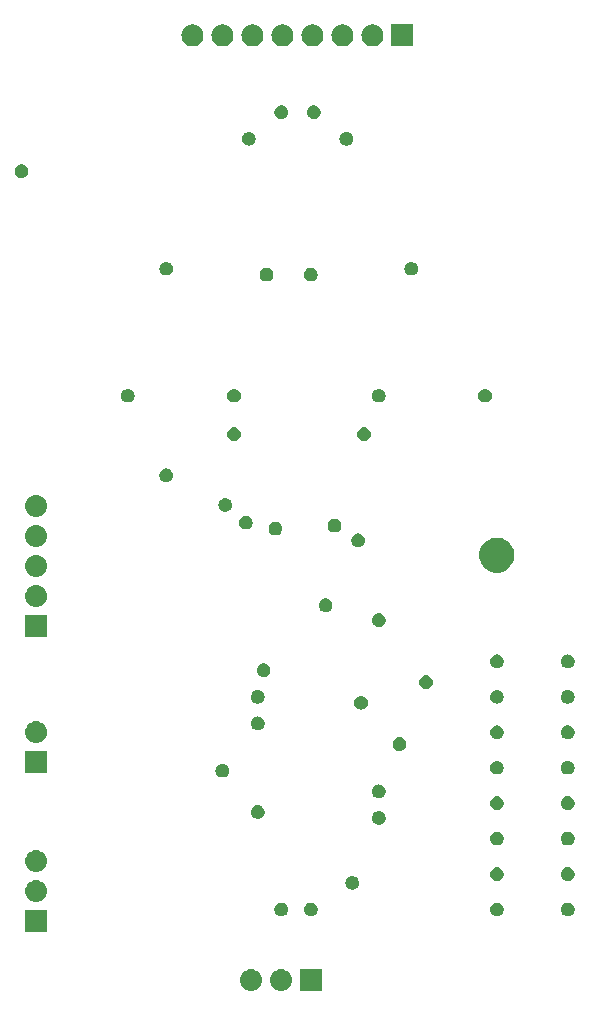
<source format=gbr>
G04 #@! TF.GenerationSoftware,KiCad,Pcbnew,5.1.4*
G04 #@! TF.CreationDate,2019-11-07T00:58:56-05:00*
G04 #@! TF.ProjectId,level-shifter-demo,6c657665-6c2d-4736-9869-667465722d64,rev?*
G04 #@! TF.SameCoordinates,Original*
G04 #@! TF.FileFunction,Soldermask,Bot*
G04 #@! TF.FilePolarity,Negative*
%FSLAX46Y46*%
G04 Gerber Fmt 4.6, Leading zero omitted, Abs format (unit mm)*
G04 Created by KiCad (PCBNEW 5.1.4) date 2019-11-07 00:58:56*
%MOMM*%
%LPD*%
G04 APERTURE LIST*
%ADD10C,0.100000*%
G04 APERTURE END LIST*
D10*
G36*
X234180000Y-190930000D02*
G01*
X232320000Y-190930000D01*
X232320000Y-189070000D01*
X234180000Y-189070000D01*
X234180000Y-190930000D01*
X234180000Y-190930000D01*
G37*
G36*
X230801224Y-189074486D02*
G01*
X230892312Y-189083457D01*
X231067617Y-189136636D01*
X231067620Y-189136637D01*
X231153298Y-189182433D01*
X231229180Y-189222992D01*
X231370791Y-189339209D01*
X231487008Y-189480820D01*
X231527567Y-189556702D01*
X231573363Y-189642380D01*
X231573364Y-189642383D01*
X231626543Y-189817688D01*
X231644499Y-190000000D01*
X231626543Y-190182312D01*
X231573364Y-190357617D01*
X231573363Y-190357620D01*
X231527567Y-190443298D01*
X231487008Y-190519180D01*
X231370791Y-190660791D01*
X231229180Y-190777008D01*
X231153298Y-190817567D01*
X231067620Y-190863363D01*
X231067617Y-190863364D01*
X230892312Y-190916543D01*
X230801224Y-190925514D01*
X230755681Y-190930000D01*
X230664319Y-190930000D01*
X230618776Y-190925514D01*
X230527688Y-190916543D01*
X230352383Y-190863364D01*
X230352380Y-190863363D01*
X230266702Y-190817567D01*
X230190820Y-190777008D01*
X230049209Y-190660791D01*
X229932992Y-190519180D01*
X229892433Y-190443298D01*
X229846637Y-190357620D01*
X229846636Y-190357617D01*
X229793457Y-190182312D01*
X229775501Y-190000000D01*
X229793457Y-189817688D01*
X229846636Y-189642383D01*
X229846637Y-189642380D01*
X229892433Y-189556702D01*
X229932992Y-189480820D01*
X230049209Y-189339209D01*
X230190820Y-189222992D01*
X230266702Y-189182433D01*
X230352380Y-189136637D01*
X230352383Y-189136636D01*
X230527688Y-189083457D01*
X230618776Y-189074486D01*
X230664319Y-189070000D01*
X230755681Y-189070000D01*
X230801224Y-189074486D01*
X230801224Y-189074486D01*
G37*
G36*
X228261224Y-189074486D02*
G01*
X228352312Y-189083457D01*
X228527617Y-189136636D01*
X228527620Y-189136637D01*
X228613298Y-189182433D01*
X228689180Y-189222992D01*
X228830791Y-189339209D01*
X228947008Y-189480820D01*
X228987567Y-189556702D01*
X229033363Y-189642380D01*
X229033364Y-189642383D01*
X229086543Y-189817688D01*
X229104499Y-190000000D01*
X229086543Y-190182312D01*
X229033364Y-190357617D01*
X229033363Y-190357620D01*
X228987567Y-190443298D01*
X228947008Y-190519180D01*
X228830791Y-190660791D01*
X228689180Y-190777008D01*
X228613298Y-190817567D01*
X228527620Y-190863363D01*
X228527617Y-190863364D01*
X228352312Y-190916543D01*
X228261224Y-190925514D01*
X228215681Y-190930000D01*
X228124319Y-190930000D01*
X228078776Y-190925514D01*
X227987688Y-190916543D01*
X227812383Y-190863364D01*
X227812380Y-190863363D01*
X227726702Y-190817567D01*
X227650820Y-190777008D01*
X227509209Y-190660791D01*
X227392992Y-190519180D01*
X227352433Y-190443298D01*
X227306637Y-190357620D01*
X227306636Y-190357617D01*
X227253457Y-190182312D01*
X227235501Y-190000000D01*
X227253457Y-189817688D01*
X227306636Y-189642383D01*
X227306637Y-189642380D01*
X227352433Y-189556702D01*
X227392992Y-189480820D01*
X227509209Y-189339209D01*
X227650820Y-189222992D01*
X227726702Y-189182433D01*
X227812380Y-189136637D01*
X227812383Y-189136636D01*
X227987688Y-189083457D01*
X228078776Y-189074486D01*
X228124319Y-189070000D01*
X228215681Y-189070000D01*
X228261224Y-189074486D01*
X228261224Y-189074486D01*
G37*
G36*
X210930000Y-185930000D02*
G01*
X209070000Y-185930000D01*
X209070000Y-184070000D01*
X210930000Y-184070000D01*
X210930000Y-185930000D01*
X210930000Y-185930000D01*
G37*
G36*
X230863153Y-183431145D02*
G01*
X230919180Y-183442289D01*
X231024733Y-183486011D01*
X231119728Y-183549485D01*
X231200515Y-183630272D01*
X231263989Y-183725267D01*
X231307711Y-183830820D01*
X231330000Y-183942875D01*
X231330000Y-184057125D01*
X231307711Y-184169180D01*
X231263989Y-184274733D01*
X231200515Y-184369728D01*
X231119728Y-184450515D01*
X231024733Y-184513989D01*
X230919180Y-184557711D01*
X230863153Y-184568855D01*
X230807126Y-184580000D01*
X230692874Y-184580000D01*
X230636847Y-184568855D01*
X230580820Y-184557711D01*
X230475267Y-184513989D01*
X230380272Y-184450515D01*
X230299485Y-184369728D01*
X230236011Y-184274733D01*
X230192289Y-184169180D01*
X230170000Y-184057125D01*
X230170000Y-183942875D01*
X230192289Y-183830820D01*
X230236011Y-183725267D01*
X230299485Y-183630272D01*
X230380272Y-183549485D01*
X230475267Y-183486011D01*
X230580820Y-183442289D01*
X230636847Y-183431145D01*
X230692874Y-183420000D01*
X230807126Y-183420000D01*
X230863153Y-183431145D01*
X230863153Y-183431145D01*
G37*
G36*
X249113153Y-183431145D02*
G01*
X249169180Y-183442289D01*
X249274733Y-183486011D01*
X249369728Y-183549485D01*
X249450515Y-183630272D01*
X249513989Y-183725267D01*
X249557711Y-183830820D01*
X249580000Y-183942875D01*
X249580000Y-184057125D01*
X249557711Y-184169180D01*
X249513989Y-184274733D01*
X249450515Y-184369728D01*
X249369728Y-184450515D01*
X249274733Y-184513989D01*
X249169180Y-184557711D01*
X249113153Y-184568855D01*
X249057126Y-184580000D01*
X248942874Y-184580000D01*
X248886847Y-184568855D01*
X248830820Y-184557711D01*
X248725267Y-184513989D01*
X248630272Y-184450515D01*
X248549485Y-184369728D01*
X248486011Y-184274733D01*
X248442289Y-184169180D01*
X248420000Y-184057125D01*
X248420000Y-183942875D01*
X248442289Y-183830820D01*
X248486011Y-183725267D01*
X248549485Y-183630272D01*
X248630272Y-183549485D01*
X248725267Y-183486011D01*
X248830820Y-183442289D01*
X248886847Y-183431145D01*
X248942874Y-183420000D01*
X249057126Y-183420000D01*
X249113153Y-183431145D01*
X249113153Y-183431145D01*
G37*
G36*
X255113153Y-183431145D02*
G01*
X255169180Y-183442289D01*
X255274733Y-183486011D01*
X255369728Y-183549485D01*
X255450515Y-183630272D01*
X255513989Y-183725267D01*
X255557711Y-183830820D01*
X255580000Y-183942875D01*
X255580000Y-184057125D01*
X255557711Y-184169180D01*
X255513989Y-184274733D01*
X255450515Y-184369728D01*
X255369728Y-184450515D01*
X255274733Y-184513989D01*
X255169180Y-184557711D01*
X255113153Y-184568855D01*
X255057126Y-184580000D01*
X254942874Y-184580000D01*
X254886847Y-184568855D01*
X254830820Y-184557711D01*
X254725267Y-184513989D01*
X254630272Y-184450515D01*
X254549485Y-184369728D01*
X254486011Y-184274733D01*
X254442289Y-184169180D01*
X254420000Y-184057125D01*
X254420000Y-183942875D01*
X254442289Y-183830820D01*
X254486011Y-183725267D01*
X254549485Y-183630272D01*
X254630272Y-183549485D01*
X254725267Y-183486011D01*
X254830820Y-183442289D01*
X254886847Y-183431145D01*
X254942874Y-183420000D01*
X255057126Y-183420000D01*
X255113153Y-183431145D01*
X255113153Y-183431145D01*
G37*
G36*
X233363153Y-183431145D02*
G01*
X233419180Y-183442289D01*
X233524733Y-183486011D01*
X233619728Y-183549485D01*
X233700515Y-183630272D01*
X233763989Y-183725267D01*
X233807711Y-183830820D01*
X233830000Y-183942875D01*
X233830000Y-184057125D01*
X233807711Y-184169180D01*
X233763989Y-184274733D01*
X233700515Y-184369728D01*
X233619728Y-184450515D01*
X233524733Y-184513989D01*
X233419180Y-184557711D01*
X233363153Y-184568855D01*
X233307126Y-184580000D01*
X233192874Y-184580000D01*
X233136847Y-184568855D01*
X233080820Y-184557711D01*
X232975267Y-184513989D01*
X232880272Y-184450515D01*
X232799485Y-184369728D01*
X232736011Y-184274733D01*
X232692289Y-184169180D01*
X232670000Y-184057125D01*
X232670000Y-183942875D01*
X232692289Y-183830820D01*
X232736011Y-183725267D01*
X232799485Y-183630272D01*
X232880272Y-183549485D01*
X232975267Y-183486011D01*
X233080820Y-183442289D01*
X233136847Y-183431145D01*
X233192874Y-183420000D01*
X233307126Y-183420000D01*
X233363153Y-183431145D01*
X233363153Y-183431145D01*
G37*
G36*
X210091224Y-181534486D02*
G01*
X210182312Y-181543457D01*
X210357617Y-181596636D01*
X210357620Y-181596637D01*
X210443298Y-181642433D01*
X210519180Y-181682992D01*
X210660791Y-181799209D01*
X210777008Y-181940820D01*
X210817567Y-182016702D01*
X210863363Y-182102380D01*
X210863364Y-182102383D01*
X210916543Y-182277688D01*
X210934499Y-182460000D01*
X210916543Y-182642312D01*
X210863364Y-182817617D01*
X210863363Y-182817620D01*
X210817567Y-182903298D01*
X210777008Y-182979180D01*
X210660791Y-183120791D01*
X210519180Y-183237008D01*
X210443298Y-183277567D01*
X210357620Y-183323363D01*
X210357617Y-183323364D01*
X210182312Y-183376543D01*
X210091224Y-183385514D01*
X210045681Y-183390000D01*
X209954319Y-183390000D01*
X209908776Y-183385514D01*
X209817688Y-183376543D01*
X209642383Y-183323364D01*
X209642380Y-183323363D01*
X209556702Y-183277567D01*
X209480820Y-183237008D01*
X209339209Y-183120791D01*
X209222992Y-182979180D01*
X209182433Y-182903298D01*
X209136637Y-182817620D01*
X209136636Y-182817617D01*
X209083457Y-182642312D01*
X209065501Y-182460000D01*
X209083457Y-182277688D01*
X209136636Y-182102383D01*
X209136637Y-182102380D01*
X209182433Y-182016702D01*
X209222992Y-181940820D01*
X209339209Y-181799209D01*
X209480820Y-181682992D01*
X209556702Y-181642433D01*
X209642380Y-181596637D01*
X209642383Y-181596636D01*
X209817688Y-181543457D01*
X209908776Y-181534486D01*
X209954319Y-181530000D01*
X210045681Y-181530000D01*
X210091224Y-181534486D01*
X210091224Y-181534486D01*
G37*
G36*
X236863153Y-181181145D02*
G01*
X236919180Y-181192289D01*
X237024733Y-181236011D01*
X237119728Y-181299485D01*
X237200515Y-181380272D01*
X237263989Y-181475267D01*
X237307711Y-181580820D01*
X237330000Y-181692875D01*
X237330000Y-181807125D01*
X237307711Y-181919180D01*
X237263989Y-182024733D01*
X237200515Y-182119728D01*
X237119728Y-182200515D01*
X237024733Y-182263989D01*
X236919180Y-182307711D01*
X236863153Y-182318855D01*
X236807126Y-182330000D01*
X236692874Y-182330000D01*
X236636848Y-182318856D01*
X236580820Y-182307711D01*
X236475267Y-182263989D01*
X236380272Y-182200515D01*
X236299485Y-182119728D01*
X236236011Y-182024733D01*
X236192289Y-181919180D01*
X236170000Y-181807125D01*
X236170000Y-181692875D01*
X236192289Y-181580820D01*
X236236011Y-181475267D01*
X236299485Y-181380272D01*
X236380272Y-181299485D01*
X236475267Y-181236011D01*
X236580820Y-181192289D01*
X236636847Y-181181145D01*
X236692874Y-181170000D01*
X236807126Y-181170000D01*
X236863153Y-181181145D01*
X236863153Y-181181145D01*
G37*
G36*
X249113152Y-180431144D02*
G01*
X249169180Y-180442289D01*
X249274733Y-180486011D01*
X249369728Y-180549485D01*
X249450515Y-180630272D01*
X249513989Y-180725267D01*
X249557711Y-180830820D01*
X249580000Y-180942875D01*
X249580000Y-181057125D01*
X249557711Y-181169180D01*
X249513989Y-181274733D01*
X249450515Y-181369728D01*
X249369728Y-181450515D01*
X249274733Y-181513989D01*
X249169180Y-181557711D01*
X249113152Y-181568856D01*
X249057126Y-181580000D01*
X248942874Y-181580000D01*
X248886847Y-181568855D01*
X248830820Y-181557711D01*
X248725267Y-181513989D01*
X248630272Y-181450515D01*
X248549485Y-181369728D01*
X248486011Y-181274733D01*
X248442289Y-181169180D01*
X248420000Y-181057125D01*
X248420000Y-180942875D01*
X248442289Y-180830820D01*
X248486011Y-180725267D01*
X248549485Y-180630272D01*
X248630272Y-180549485D01*
X248725267Y-180486011D01*
X248830820Y-180442289D01*
X248886848Y-180431144D01*
X248942874Y-180420000D01*
X249057126Y-180420000D01*
X249113152Y-180431144D01*
X249113152Y-180431144D01*
G37*
G36*
X255113152Y-180431144D02*
G01*
X255169180Y-180442289D01*
X255274733Y-180486011D01*
X255369728Y-180549485D01*
X255450515Y-180630272D01*
X255513989Y-180725267D01*
X255557711Y-180830820D01*
X255580000Y-180942875D01*
X255580000Y-181057125D01*
X255557711Y-181169180D01*
X255513989Y-181274733D01*
X255450515Y-181369728D01*
X255369728Y-181450515D01*
X255274733Y-181513989D01*
X255169180Y-181557711D01*
X255113152Y-181568856D01*
X255057126Y-181580000D01*
X254942874Y-181580000D01*
X254886847Y-181568855D01*
X254830820Y-181557711D01*
X254725267Y-181513989D01*
X254630272Y-181450515D01*
X254549485Y-181369728D01*
X254486011Y-181274733D01*
X254442289Y-181169180D01*
X254420000Y-181057125D01*
X254420000Y-180942875D01*
X254442289Y-180830820D01*
X254486011Y-180725267D01*
X254549485Y-180630272D01*
X254630272Y-180549485D01*
X254725267Y-180486011D01*
X254830820Y-180442289D01*
X254886848Y-180431144D01*
X254942874Y-180420000D01*
X255057126Y-180420000D01*
X255113152Y-180431144D01*
X255113152Y-180431144D01*
G37*
G36*
X210091224Y-178994486D02*
G01*
X210182312Y-179003457D01*
X210357617Y-179056636D01*
X210357620Y-179056637D01*
X210443298Y-179102433D01*
X210519180Y-179142992D01*
X210660791Y-179259209D01*
X210777008Y-179400820D01*
X210817567Y-179476702D01*
X210863363Y-179562380D01*
X210863364Y-179562383D01*
X210916543Y-179737688D01*
X210934499Y-179920000D01*
X210916543Y-180102312D01*
X210863364Y-180277617D01*
X210863363Y-180277620D01*
X210817567Y-180363298D01*
X210777008Y-180439180D01*
X210660791Y-180580791D01*
X210519180Y-180697008D01*
X210443298Y-180737567D01*
X210357620Y-180783363D01*
X210357617Y-180783364D01*
X210182312Y-180836543D01*
X210091224Y-180845514D01*
X210045681Y-180850000D01*
X209954319Y-180850000D01*
X209908776Y-180845514D01*
X209817688Y-180836543D01*
X209642383Y-180783364D01*
X209642380Y-180783363D01*
X209556702Y-180737567D01*
X209480820Y-180697008D01*
X209339209Y-180580791D01*
X209222992Y-180439180D01*
X209182433Y-180363298D01*
X209136637Y-180277620D01*
X209136636Y-180277617D01*
X209083457Y-180102312D01*
X209065501Y-179920000D01*
X209083457Y-179737688D01*
X209136636Y-179562383D01*
X209136637Y-179562380D01*
X209182433Y-179476702D01*
X209222992Y-179400820D01*
X209339209Y-179259209D01*
X209480820Y-179142992D01*
X209556702Y-179102433D01*
X209642380Y-179056637D01*
X209642383Y-179056636D01*
X209817688Y-179003457D01*
X209908776Y-178994486D01*
X209954319Y-178990000D01*
X210045681Y-178990000D01*
X210091224Y-178994486D01*
X210091224Y-178994486D01*
G37*
G36*
X249113153Y-177431145D02*
G01*
X249169180Y-177442289D01*
X249274733Y-177486011D01*
X249369728Y-177549485D01*
X249450515Y-177630272D01*
X249513989Y-177725267D01*
X249557711Y-177830820D01*
X249580000Y-177942875D01*
X249580000Y-178057125D01*
X249557711Y-178169180D01*
X249513989Y-178274733D01*
X249450515Y-178369728D01*
X249369728Y-178450515D01*
X249274733Y-178513989D01*
X249169180Y-178557711D01*
X249113152Y-178568856D01*
X249057126Y-178580000D01*
X248942874Y-178580000D01*
X248886848Y-178568856D01*
X248830820Y-178557711D01*
X248725267Y-178513989D01*
X248630272Y-178450515D01*
X248549485Y-178369728D01*
X248486011Y-178274733D01*
X248442289Y-178169180D01*
X248420000Y-178057125D01*
X248420000Y-177942875D01*
X248442289Y-177830820D01*
X248486011Y-177725267D01*
X248549485Y-177630272D01*
X248630272Y-177549485D01*
X248725267Y-177486011D01*
X248830820Y-177442289D01*
X248886847Y-177431145D01*
X248942874Y-177420000D01*
X249057126Y-177420000D01*
X249113153Y-177431145D01*
X249113153Y-177431145D01*
G37*
G36*
X255113153Y-177431145D02*
G01*
X255169180Y-177442289D01*
X255274733Y-177486011D01*
X255369728Y-177549485D01*
X255450515Y-177630272D01*
X255513989Y-177725267D01*
X255557711Y-177830820D01*
X255580000Y-177942875D01*
X255580000Y-178057125D01*
X255557711Y-178169180D01*
X255513989Y-178274733D01*
X255450515Y-178369728D01*
X255369728Y-178450515D01*
X255274733Y-178513989D01*
X255169180Y-178557711D01*
X255113152Y-178568856D01*
X255057126Y-178580000D01*
X254942874Y-178580000D01*
X254886848Y-178568856D01*
X254830820Y-178557711D01*
X254725267Y-178513989D01*
X254630272Y-178450515D01*
X254549485Y-178369728D01*
X254486011Y-178274733D01*
X254442289Y-178169180D01*
X254420000Y-178057125D01*
X254420000Y-177942875D01*
X254442289Y-177830820D01*
X254486011Y-177725267D01*
X254549485Y-177630272D01*
X254630272Y-177549485D01*
X254725267Y-177486011D01*
X254830820Y-177442289D01*
X254886847Y-177431145D01*
X254942874Y-177420000D01*
X255057126Y-177420000D01*
X255113153Y-177431145D01*
X255113153Y-177431145D01*
G37*
G36*
X239113153Y-175681145D02*
G01*
X239169180Y-175692289D01*
X239274733Y-175736011D01*
X239369728Y-175799485D01*
X239450515Y-175880272D01*
X239513990Y-175975269D01*
X239557711Y-176080821D01*
X239580000Y-176192874D01*
X239580000Y-176307126D01*
X239575450Y-176330000D01*
X239557711Y-176419180D01*
X239513989Y-176524733D01*
X239450515Y-176619728D01*
X239369728Y-176700515D01*
X239274733Y-176763989D01*
X239169180Y-176807711D01*
X239113152Y-176818856D01*
X239057126Y-176830000D01*
X238942874Y-176830000D01*
X238886848Y-176818856D01*
X238830820Y-176807711D01*
X238725267Y-176763989D01*
X238630272Y-176700515D01*
X238549485Y-176619728D01*
X238486011Y-176524733D01*
X238442289Y-176419180D01*
X238424550Y-176330000D01*
X238420000Y-176307126D01*
X238420000Y-176192874D01*
X238442289Y-176080821D01*
X238486010Y-175975269D01*
X238549485Y-175880272D01*
X238630272Y-175799485D01*
X238725267Y-175736011D01*
X238830820Y-175692289D01*
X238886848Y-175681144D01*
X238942874Y-175670000D01*
X239057126Y-175670000D01*
X239113153Y-175681145D01*
X239113153Y-175681145D01*
G37*
G36*
X228863153Y-175181145D02*
G01*
X228919180Y-175192289D01*
X229024733Y-175236011D01*
X229082681Y-175274731D01*
X229119728Y-175299485D01*
X229200515Y-175380272D01*
X229263990Y-175475269D01*
X229307711Y-175580821D01*
X229329884Y-175692289D01*
X229330000Y-175692875D01*
X229330000Y-175807125D01*
X229307711Y-175919180D01*
X229263989Y-176024733D01*
X229200515Y-176119728D01*
X229119728Y-176200515D01*
X229024733Y-176263989D01*
X228919180Y-176307711D01*
X228863153Y-176318855D01*
X228807126Y-176330000D01*
X228692874Y-176330000D01*
X228636848Y-176318856D01*
X228580820Y-176307711D01*
X228475267Y-176263989D01*
X228380272Y-176200515D01*
X228299485Y-176119728D01*
X228236011Y-176024733D01*
X228192289Y-175919180D01*
X228170000Y-175807125D01*
X228170000Y-175692875D01*
X228170117Y-175692289D01*
X228192289Y-175580821D01*
X228236010Y-175475269D01*
X228299485Y-175380272D01*
X228380272Y-175299485D01*
X228417319Y-175274731D01*
X228475267Y-175236011D01*
X228580820Y-175192289D01*
X228636847Y-175181145D01*
X228692874Y-175170000D01*
X228807126Y-175170000D01*
X228863153Y-175181145D01*
X228863153Y-175181145D01*
G37*
G36*
X255113152Y-174431144D02*
G01*
X255169180Y-174442289D01*
X255274733Y-174486011D01*
X255369728Y-174549485D01*
X255450515Y-174630272D01*
X255513989Y-174725267D01*
X255557711Y-174830820D01*
X255580000Y-174942875D01*
X255580000Y-175057125D01*
X255557711Y-175169180D01*
X255513989Y-175274733D01*
X255450515Y-175369728D01*
X255369728Y-175450515D01*
X255274733Y-175513989D01*
X255169180Y-175557711D01*
X255113153Y-175568855D01*
X255057126Y-175580000D01*
X254942874Y-175580000D01*
X254886847Y-175568855D01*
X254830820Y-175557711D01*
X254725267Y-175513989D01*
X254630272Y-175450515D01*
X254549485Y-175369728D01*
X254486011Y-175274733D01*
X254442289Y-175169180D01*
X254420000Y-175057125D01*
X254420000Y-174942875D01*
X254442289Y-174830820D01*
X254486011Y-174725267D01*
X254549485Y-174630272D01*
X254630272Y-174549485D01*
X254725267Y-174486011D01*
X254830820Y-174442289D01*
X254886848Y-174431144D01*
X254942874Y-174420000D01*
X255057126Y-174420000D01*
X255113152Y-174431144D01*
X255113152Y-174431144D01*
G37*
G36*
X249113152Y-174431144D02*
G01*
X249169180Y-174442289D01*
X249274733Y-174486011D01*
X249369728Y-174549485D01*
X249450515Y-174630272D01*
X249513989Y-174725267D01*
X249557711Y-174830820D01*
X249580000Y-174942875D01*
X249580000Y-175057125D01*
X249557711Y-175169180D01*
X249513989Y-175274733D01*
X249450515Y-175369728D01*
X249369728Y-175450515D01*
X249274733Y-175513989D01*
X249169180Y-175557711D01*
X249113153Y-175568855D01*
X249057126Y-175580000D01*
X248942874Y-175580000D01*
X248886847Y-175568855D01*
X248830820Y-175557711D01*
X248725267Y-175513989D01*
X248630272Y-175450515D01*
X248549485Y-175369728D01*
X248486011Y-175274733D01*
X248442289Y-175169180D01*
X248420000Y-175057125D01*
X248420000Y-174942875D01*
X248442289Y-174830820D01*
X248486011Y-174725267D01*
X248549485Y-174630272D01*
X248630272Y-174549485D01*
X248725267Y-174486011D01*
X248830820Y-174442289D01*
X248886848Y-174431144D01*
X248942874Y-174420000D01*
X249057126Y-174420000D01*
X249113152Y-174431144D01*
X249113152Y-174431144D01*
G37*
G36*
X239113153Y-173431145D02*
G01*
X239169180Y-173442289D01*
X239274733Y-173486011D01*
X239369728Y-173549485D01*
X239450515Y-173630272D01*
X239513989Y-173725267D01*
X239557711Y-173830820D01*
X239580000Y-173942875D01*
X239580000Y-174057125D01*
X239557711Y-174169180D01*
X239513989Y-174274733D01*
X239450515Y-174369728D01*
X239369728Y-174450515D01*
X239274733Y-174513989D01*
X239169180Y-174557711D01*
X239113152Y-174568856D01*
X239057126Y-174580000D01*
X238942874Y-174580000D01*
X238886848Y-174568856D01*
X238830820Y-174557711D01*
X238725267Y-174513989D01*
X238630272Y-174450515D01*
X238549485Y-174369728D01*
X238486011Y-174274733D01*
X238442289Y-174169180D01*
X238420000Y-174057125D01*
X238420000Y-173942875D01*
X238442289Y-173830820D01*
X238486011Y-173725267D01*
X238549485Y-173630272D01*
X238630272Y-173549485D01*
X238725267Y-173486011D01*
X238830820Y-173442289D01*
X238886848Y-173431144D01*
X238942874Y-173420000D01*
X239057126Y-173420000D01*
X239113153Y-173431145D01*
X239113153Y-173431145D01*
G37*
G36*
X225863153Y-171681145D02*
G01*
X225919180Y-171692289D01*
X226024733Y-171736011D01*
X226119728Y-171799485D01*
X226200515Y-171880272D01*
X226263989Y-171975267D01*
X226307711Y-172080820D01*
X226330000Y-172192875D01*
X226330000Y-172307125D01*
X226307711Y-172419180D01*
X226263989Y-172524733D01*
X226200515Y-172619728D01*
X226119728Y-172700515D01*
X226024733Y-172763989D01*
X225919180Y-172807711D01*
X225863152Y-172818856D01*
X225807126Y-172830000D01*
X225692874Y-172830000D01*
X225636848Y-172818856D01*
X225580820Y-172807711D01*
X225475267Y-172763989D01*
X225380272Y-172700515D01*
X225299485Y-172619728D01*
X225236011Y-172524733D01*
X225192289Y-172419180D01*
X225170000Y-172307125D01*
X225170000Y-172192875D01*
X225192289Y-172080820D01*
X225236011Y-171975267D01*
X225299485Y-171880272D01*
X225380272Y-171799485D01*
X225475267Y-171736011D01*
X225580820Y-171692289D01*
X225636847Y-171681145D01*
X225692874Y-171670000D01*
X225807126Y-171670000D01*
X225863153Y-171681145D01*
X225863153Y-171681145D01*
G37*
G36*
X249113153Y-171431145D02*
G01*
X249169180Y-171442289D01*
X249274733Y-171486011D01*
X249369728Y-171549485D01*
X249450515Y-171630272D01*
X249513989Y-171725267D01*
X249557711Y-171830820D01*
X249580000Y-171942875D01*
X249580000Y-172057125D01*
X249557711Y-172169180D01*
X249513989Y-172274733D01*
X249450515Y-172369728D01*
X249369728Y-172450515D01*
X249274733Y-172513989D01*
X249169180Y-172557711D01*
X249113152Y-172568856D01*
X249057126Y-172580000D01*
X248942874Y-172580000D01*
X248886848Y-172568856D01*
X248830820Y-172557711D01*
X248725267Y-172513989D01*
X248630272Y-172450515D01*
X248549485Y-172369728D01*
X248486011Y-172274733D01*
X248442289Y-172169180D01*
X248420000Y-172057125D01*
X248420000Y-171942875D01*
X248442289Y-171830820D01*
X248486011Y-171725267D01*
X248549485Y-171630272D01*
X248630272Y-171549485D01*
X248725267Y-171486011D01*
X248830820Y-171442289D01*
X248886848Y-171431144D01*
X248942874Y-171420000D01*
X249057126Y-171420000D01*
X249113153Y-171431145D01*
X249113153Y-171431145D01*
G37*
G36*
X255113153Y-171431145D02*
G01*
X255169180Y-171442289D01*
X255274733Y-171486011D01*
X255369728Y-171549485D01*
X255450515Y-171630272D01*
X255513989Y-171725267D01*
X255557711Y-171830820D01*
X255580000Y-171942875D01*
X255580000Y-172057125D01*
X255557711Y-172169180D01*
X255513989Y-172274733D01*
X255450515Y-172369728D01*
X255369728Y-172450515D01*
X255274733Y-172513989D01*
X255169180Y-172557711D01*
X255113152Y-172568856D01*
X255057126Y-172580000D01*
X254942874Y-172580000D01*
X254886848Y-172568856D01*
X254830820Y-172557711D01*
X254725267Y-172513989D01*
X254630272Y-172450515D01*
X254549485Y-172369728D01*
X254486011Y-172274733D01*
X254442289Y-172169180D01*
X254420000Y-172057125D01*
X254420000Y-171942875D01*
X254442289Y-171830820D01*
X254486011Y-171725267D01*
X254549485Y-171630272D01*
X254630272Y-171549485D01*
X254725267Y-171486011D01*
X254830820Y-171442289D01*
X254886848Y-171431144D01*
X254942874Y-171420000D01*
X255057126Y-171420000D01*
X255113153Y-171431145D01*
X255113153Y-171431145D01*
G37*
G36*
X210930000Y-172470000D02*
G01*
X209070000Y-172470000D01*
X209070000Y-170610000D01*
X210930000Y-170610000D01*
X210930000Y-172470000D01*
X210930000Y-172470000D01*
G37*
G36*
X240863153Y-169431145D02*
G01*
X240919180Y-169442289D01*
X241024733Y-169486011D01*
X241119728Y-169549485D01*
X241200515Y-169630272D01*
X241263989Y-169725267D01*
X241307711Y-169830820D01*
X241330000Y-169942875D01*
X241330000Y-170057125D01*
X241307711Y-170169180D01*
X241263989Y-170274733D01*
X241200515Y-170369728D01*
X241119728Y-170450515D01*
X241024733Y-170513989D01*
X240919180Y-170557711D01*
X240863152Y-170568856D01*
X240807126Y-170580000D01*
X240692874Y-170580000D01*
X240636848Y-170568856D01*
X240580820Y-170557711D01*
X240475267Y-170513989D01*
X240380272Y-170450515D01*
X240299485Y-170369728D01*
X240236011Y-170274733D01*
X240192289Y-170169180D01*
X240170000Y-170057125D01*
X240170000Y-169942875D01*
X240192289Y-169830820D01*
X240236011Y-169725267D01*
X240299485Y-169630272D01*
X240380272Y-169549485D01*
X240475267Y-169486011D01*
X240580820Y-169442289D01*
X240636847Y-169431145D01*
X240692874Y-169420000D01*
X240807126Y-169420000D01*
X240863153Y-169431145D01*
X240863153Y-169431145D01*
G37*
G36*
X210091224Y-168074486D02*
G01*
X210182312Y-168083457D01*
X210357617Y-168136636D01*
X210357620Y-168136637D01*
X210443298Y-168182433D01*
X210519180Y-168222992D01*
X210660791Y-168339209D01*
X210777008Y-168480820D01*
X210813710Y-168549485D01*
X210863363Y-168642380D01*
X210863364Y-168642383D01*
X210916543Y-168817688D01*
X210934499Y-169000000D01*
X210916543Y-169182312D01*
X210888507Y-169274733D01*
X210863363Y-169357620D01*
X210856891Y-169369728D01*
X210777008Y-169519180D01*
X210660791Y-169660791D01*
X210519180Y-169777008D01*
X210443298Y-169817567D01*
X210357620Y-169863363D01*
X210357617Y-169863364D01*
X210182312Y-169916543D01*
X210091224Y-169925514D01*
X210045681Y-169930000D01*
X209954319Y-169930000D01*
X209908776Y-169925514D01*
X209817688Y-169916543D01*
X209642383Y-169863364D01*
X209642380Y-169863363D01*
X209556702Y-169817567D01*
X209480820Y-169777008D01*
X209339209Y-169660791D01*
X209222992Y-169519180D01*
X209143109Y-169369728D01*
X209136637Y-169357620D01*
X209111493Y-169274733D01*
X209083457Y-169182312D01*
X209065501Y-169000000D01*
X209083457Y-168817688D01*
X209136636Y-168642383D01*
X209136637Y-168642380D01*
X209186290Y-168549485D01*
X209222992Y-168480820D01*
X209339209Y-168339209D01*
X209480820Y-168222992D01*
X209556702Y-168182433D01*
X209642380Y-168136637D01*
X209642383Y-168136636D01*
X209817688Y-168083457D01*
X209908776Y-168074486D01*
X209954319Y-168070000D01*
X210045681Y-168070000D01*
X210091224Y-168074486D01*
X210091224Y-168074486D01*
G37*
G36*
X249113152Y-168431144D02*
G01*
X249169180Y-168442289D01*
X249243817Y-168473205D01*
X249262204Y-168480821D01*
X249274733Y-168486011D01*
X249369728Y-168549485D01*
X249450515Y-168630272D01*
X249513989Y-168725267D01*
X249557711Y-168830820D01*
X249580000Y-168942875D01*
X249580000Y-169057125D01*
X249557711Y-169169180D01*
X249513989Y-169274733D01*
X249450515Y-169369728D01*
X249369728Y-169450515D01*
X249274733Y-169513989D01*
X249274732Y-169513990D01*
X249274731Y-169513990D01*
X249262201Y-169519180D01*
X249169180Y-169557711D01*
X249113153Y-169568855D01*
X249057126Y-169580000D01*
X248942874Y-169580000D01*
X248886847Y-169568855D01*
X248830820Y-169557711D01*
X248737799Y-169519180D01*
X248725269Y-169513990D01*
X248725268Y-169513990D01*
X248725267Y-169513989D01*
X248630272Y-169450515D01*
X248549485Y-169369728D01*
X248486011Y-169274733D01*
X248442289Y-169169180D01*
X248420000Y-169057125D01*
X248420000Y-168942875D01*
X248442289Y-168830820D01*
X248486011Y-168725267D01*
X248549485Y-168630272D01*
X248630272Y-168549485D01*
X248725267Y-168486011D01*
X248737797Y-168480821D01*
X248756183Y-168473205D01*
X248830820Y-168442289D01*
X248886848Y-168431144D01*
X248942874Y-168420000D01*
X249057126Y-168420000D01*
X249113152Y-168431144D01*
X249113152Y-168431144D01*
G37*
G36*
X255113152Y-168431144D02*
G01*
X255169180Y-168442289D01*
X255243817Y-168473205D01*
X255262204Y-168480821D01*
X255274733Y-168486011D01*
X255369728Y-168549485D01*
X255450515Y-168630272D01*
X255513989Y-168725267D01*
X255557711Y-168830820D01*
X255580000Y-168942875D01*
X255580000Y-169057125D01*
X255557711Y-169169180D01*
X255513989Y-169274733D01*
X255450515Y-169369728D01*
X255369728Y-169450515D01*
X255274733Y-169513989D01*
X255274732Y-169513990D01*
X255274731Y-169513990D01*
X255262201Y-169519180D01*
X255169180Y-169557711D01*
X255113153Y-169568855D01*
X255057126Y-169580000D01*
X254942874Y-169580000D01*
X254886847Y-169568855D01*
X254830820Y-169557711D01*
X254737799Y-169519180D01*
X254725269Y-169513990D01*
X254725268Y-169513990D01*
X254725267Y-169513989D01*
X254630272Y-169450515D01*
X254549485Y-169369728D01*
X254486011Y-169274733D01*
X254442289Y-169169180D01*
X254420000Y-169057125D01*
X254420000Y-168942875D01*
X254442289Y-168830820D01*
X254486011Y-168725267D01*
X254549485Y-168630272D01*
X254630272Y-168549485D01*
X254725267Y-168486011D01*
X254737797Y-168480821D01*
X254756183Y-168473205D01*
X254830820Y-168442289D01*
X254886848Y-168431144D01*
X254942874Y-168420000D01*
X255057126Y-168420000D01*
X255113152Y-168431144D01*
X255113152Y-168431144D01*
G37*
G36*
X228863152Y-167681144D02*
G01*
X228919180Y-167692289D01*
X229024733Y-167736011D01*
X229119728Y-167799485D01*
X229200515Y-167880272D01*
X229263989Y-167975267D01*
X229307711Y-168080820D01*
X229330000Y-168192875D01*
X229330000Y-168307125D01*
X229307711Y-168419180D01*
X229263989Y-168524733D01*
X229200515Y-168619728D01*
X229119728Y-168700515D01*
X229024733Y-168763989D01*
X228919180Y-168807711D01*
X228869022Y-168817688D01*
X228807126Y-168830000D01*
X228692874Y-168830000D01*
X228630978Y-168817688D01*
X228580820Y-168807711D01*
X228475267Y-168763989D01*
X228380272Y-168700515D01*
X228299485Y-168619728D01*
X228236011Y-168524733D01*
X228192289Y-168419180D01*
X228170000Y-168307125D01*
X228170000Y-168192875D01*
X228192289Y-168080820D01*
X228236011Y-167975267D01*
X228299485Y-167880272D01*
X228380272Y-167799485D01*
X228475267Y-167736011D01*
X228580820Y-167692289D01*
X228636848Y-167681144D01*
X228692874Y-167670000D01*
X228807126Y-167670000D01*
X228863152Y-167681144D01*
X228863152Y-167681144D01*
G37*
G36*
X237613153Y-165931145D02*
G01*
X237669180Y-165942289D01*
X237774733Y-165986011D01*
X237869728Y-166049485D01*
X237950515Y-166130272D01*
X238013990Y-166225269D01*
X238057711Y-166330821D01*
X238080000Y-166442874D01*
X238080000Y-166557126D01*
X238075450Y-166580000D01*
X238057711Y-166669180D01*
X238013989Y-166774733D01*
X237950515Y-166869728D01*
X237869728Y-166950515D01*
X237774733Y-167013989D01*
X237669180Y-167057711D01*
X237613153Y-167068855D01*
X237557126Y-167080000D01*
X237442874Y-167080000D01*
X237386847Y-167068855D01*
X237330820Y-167057711D01*
X237225267Y-167013989D01*
X237130272Y-166950515D01*
X237049485Y-166869728D01*
X236986011Y-166774733D01*
X236942289Y-166669180D01*
X236924550Y-166580000D01*
X236920000Y-166557126D01*
X236920000Y-166442874D01*
X236942289Y-166330821D01*
X236986010Y-166225269D01*
X237049485Y-166130272D01*
X237130272Y-166049485D01*
X237225267Y-165986011D01*
X237330820Y-165942289D01*
X237386847Y-165931145D01*
X237442874Y-165920000D01*
X237557126Y-165920000D01*
X237613153Y-165931145D01*
X237613153Y-165931145D01*
G37*
G36*
X228863153Y-165431145D02*
G01*
X228919180Y-165442289D01*
X229024733Y-165486011D01*
X229119728Y-165549485D01*
X229200515Y-165630272D01*
X229263990Y-165725269D01*
X229307711Y-165830821D01*
X229329884Y-165942289D01*
X229330000Y-165942875D01*
X229330000Y-166057125D01*
X229307711Y-166169180D01*
X229263989Y-166274733D01*
X229200515Y-166369728D01*
X229119728Y-166450515D01*
X229024733Y-166513989D01*
X228919180Y-166557711D01*
X228863152Y-166568856D01*
X228807126Y-166580000D01*
X228692874Y-166580000D01*
X228636848Y-166568856D01*
X228580820Y-166557711D01*
X228475267Y-166513989D01*
X228380272Y-166450515D01*
X228299485Y-166369728D01*
X228236011Y-166274733D01*
X228192289Y-166169180D01*
X228170000Y-166057125D01*
X228170000Y-165942875D01*
X228170117Y-165942289D01*
X228192289Y-165830821D01*
X228236010Y-165725269D01*
X228299485Y-165630272D01*
X228380272Y-165549485D01*
X228475267Y-165486011D01*
X228580820Y-165442289D01*
X228636847Y-165431145D01*
X228692874Y-165420000D01*
X228807126Y-165420000D01*
X228863153Y-165431145D01*
X228863153Y-165431145D01*
G37*
G36*
X249113153Y-165431145D02*
G01*
X249169180Y-165442289D01*
X249274733Y-165486011D01*
X249369728Y-165549485D01*
X249450515Y-165630272D01*
X249513990Y-165725269D01*
X249557711Y-165830821D01*
X249579884Y-165942289D01*
X249580000Y-165942875D01*
X249580000Y-166057125D01*
X249557711Y-166169180D01*
X249513989Y-166274733D01*
X249450515Y-166369728D01*
X249369728Y-166450515D01*
X249274733Y-166513989D01*
X249169180Y-166557711D01*
X249113152Y-166568856D01*
X249057126Y-166580000D01*
X248942874Y-166580000D01*
X248886848Y-166568856D01*
X248830820Y-166557711D01*
X248725267Y-166513989D01*
X248630272Y-166450515D01*
X248549485Y-166369728D01*
X248486011Y-166274733D01*
X248442289Y-166169180D01*
X248420000Y-166057125D01*
X248420000Y-165942875D01*
X248420117Y-165942289D01*
X248442289Y-165830821D01*
X248486010Y-165725269D01*
X248549485Y-165630272D01*
X248630272Y-165549485D01*
X248725267Y-165486011D01*
X248830820Y-165442289D01*
X248886848Y-165431144D01*
X248942874Y-165420000D01*
X249057126Y-165420000D01*
X249113153Y-165431145D01*
X249113153Y-165431145D01*
G37*
G36*
X255113153Y-165431145D02*
G01*
X255169180Y-165442289D01*
X255274733Y-165486011D01*
X255369728Y-165549485D01*
X255450515Y-165630272D01*
X255513990Y-165725269D01*
X255557711Y-165830821D01*
X255579884Y-165942289D01*
X255580000Y-165942875D01*
X255580000Y-166057125D01*
X255557711Y-166169180D01*
X255513989Y-166274733D01*
X255450515Y-166369728D01*
X255369728Y-166450515D01*
X255274733Y-166513989D01*
X255169180Y-166557711D01*
X255113152Y-166568856D01*
X255057126Y-166580000D01*
X254942874Y-166580000D01*
X254886848Y-166568856D01*
X254830820Y-166557711D01*
X254725267Y-166513989D01*
X254630272Y-166450515D01*
X254549485Y-166369728D01*
X254486011Y-166274733D01*
X254442289Y-166169180D01*
X254420000Y-166057125D01*
X254420000Y-165942875D01*
X254420117Y-165942289D01*
X254442289Y-165830821D01*
X254486010Y-165725269D01*
X254549485Y-165630272D01*
X254630272Y-165549485D01*
X254725267Y-165486011D01*
X254830820Y-165442289D01*
X254886848Y-165431144D01*
X254942874Y-165420000D01*
X255057126Y-165420000D01*
X255113153Y-165431145D01*
X255113153Y-165431145D01*
G37*
G36*
X243113152Y-164181144D02*
G01*
X243169180Y-164192289D01*
X243274733Y-164236011D01*
X243369728Y-164299485D01*
X243450515Y-164380272D01*
X243513989Y-164475267D01*
X243557711Y-164580820D01*
X243580000Y-164692875D01*
X243580000Y-164807125D01*
X243557711Y-164919180D01*
X243513989Y-165024733D01*
X243450515Y-165119728D01*
X243369728Y-165200515D01*
X243274733Y-165263989D01*
X243169180Y-165307711D01*
X243113153Y-165318855D01*
X243057126Y-165330000D01*
X242942874Y-165330000D01*
X242886848Y-165318856D01*
X242830820Y-165307711D01*
X242725267Y-165263989D01*
X242630272Y-165200515D01*
X242549485Y-165119728D01*
X242486011Y-165024733D01*
X242442289Y-164919180D01*
X242420000Y-164807125D01*
X242420000Y-164692875D01*
X242442289Y-164580820D01*
X242486011Y-164475267D01*
X242549485Y-164380272D01*
X242630272Y-164299485D01*
X242725267Y-164236011D01*
X242830820Y-164192289D01*
X242886848Y-164181144D01*
X242942874Y-164170000D01*
X243057126Y-164170000D01*
X243113152Y-164181144D01*
X243113152Y-164181144D01*
G37*
G36*
X229363153Y-163181145D02*
G01*
X229419180Y-163192289D01*
X229524733Y-163236011D01*
X229619728Y-163299485D01*
X229700515Y-163380272D01*
X229763989Y-163475267D01*
X229807711Y-163580820D01*
X229830000Y-163692875D01*
X229830000Y-163807125D01*
X229807711Y-163919180D01*
X229763989Y-164024733D01*
X229700515Y-164119728D01*
X229619728Y-164200515D01*
X229524733Y-164263989D01*
X229419180Y-164307711D01*
X229363152Y-164318856D01*
X229307126Y-164330000D01*
X229192874Y-164330000D01*
X229136848Y-164318856D01*
X229080820Y-164307711D01*
X228975267Y-164263989D01*
X228880272Y-164200515D01*
X228799485Y-164119728D01*
X228736011Y-164024733D01*
X228692289Y-163919180D01*
X228670000Y-163807125D01*
X228670000Y-163692875D01*
X228692289Y-163580820D01*
X228736011Y-163475267D01*
X228799485Y-163380272D01*
X228880272Y-163299485D01*
X228975267Y-163236011D01*
X229080820Y-163192289D01*
X229136847Y-163181145D01*
X229192874Y-163170000D01*
X229307126Y-163170000D01*
X229363153Y-163181145D01*
X229363153Y-163181145D01*
G37*
G36*
X249113152Y-162431144D02*
G01*
X249169180Y-162442289D01*
X249274733Y-162486011D01*
X249369728Y-162549485D01*
X249450515Y-162630272D01*
X249513989Y-162725267D01*
X249557711Y-162830820D01*
X249580000Y-162942875D01*
X249580000Y-163057125D01*
X249557711Y-163169180D01*
X249513989Y-163274733D01*
X249450515Y-163369728D01*
X249369728Y-163450515D01*
X249274733Y-163513989D01*
X249169180Y-163557711D01*
X249113153Y-163568855D01*
X249057126Y-163580000D01*
X248942874Y-163580000D01*
X248886847Y-163568855D01*
X248830820Y-163557711D01*
X248725267Y-163513989D01*
X248630272Y-163450515D01*
X248549485Y-163369728D01*
X248486011Y-163274733D01*
X248442289Y-163169180D01*
X248420000Y-163057125D01*
X248420000Y-162942875D01*
X248442289Y-162830820D01*
X248486011Y-162725267D01*
X248549485Y-162630272D01*
X248630272Y-162549485D01*
X248725267Y-162486011D01*
X248830820Y-162442289D01*
X248886848Y-162431144D01*
X248942874Y-162420000D01*
X249057126Y-162420000D01*
X249113152Y-162431144D01*
X249113152Y-162431144D01*
G37*
G36*
X255113152Y-162431144D02*
G01*
X255169180Y-162442289D01*
X255274733Y-162486011D01*
X255369728Y-162549485D01*
X255450515Y-162630272D01*
X255513989Y-162725267D01*
X255557711Y-162830820D01*
X255580000Y-162942875D01*
X255580000Y-163057125D01*
X255557711Y-163169180D01*
X255513989Y-163274733D01*
X255450515Y-163369728D01*
X255369728Y-163450515D01*
X255274733Y-163513989D01*
X255169180Y-163557711D01*
X255113152Y-163568856D01*
X255057126Y-163580000D01*
X254942874Y-163580000D01*
X254886847Y-163568855D01*
X254830820Y-163557711D01*
X254725267Y-163513989D01*
X254630272Y-163450515D01*
X254549485Y-163369728D01*
X254486011Y-163274733D01*
X254442289Y-163169180D01*
X254420000Y-163057125D01*
X254420000Y-162942875D01*
X254442289Y-162830820D01*
X254486011Y-162725267D01*
X254549485Y-162630272D01*
X254630272Y-162549485D01*
X254725267Y-162486011D01*
X254830820Y-162442289D01*
X254886848Y-162431144D01*
X254942874Y-162420000D01*
X255057126Y-162420000D01*
X255113152Y-162431144D01*
X255113152Y-162431144D01*
G37*
G36*
X210930000Y-160930000D02*
G01*
X209070000Y-160930000D01*
X209070000Y-159070000D01*
X210930000Y-159070000D01*
X210930000Y-160930000D01*
X210930000Y-160930000D01*
G37*
G36*
X239113152Y-158931144D02*
G01*
X239169180Y-158942289D01*
X239274733Y-158986011D01*
X239369728Y-159049485D01*
X239450515Y-159130272D01*
X239513989Y-159225267D01*
X239557711Y-159330820D01*
X239580000Y-159442875D01*
X239580000Y-159557125D01*
X239557711Y-159669180D01*
X239513989Y-159774733D01*
X239450515Y-159869728D01*
X239369728Y-159950515D01*
X239274733Y-160013989D01*
X239169180Y-160057711D01*
X239113153Y-160068855D01*
X239057126Y-160080000D01*
X238942874Y-160080000D01*
X238886847Y-160068855D01*
X238830820Y-160057711D01*
X238725267Y-160013989D01*
X238630272Y-159950515D01*
X238549485Y-159869728D01*
X238486011Y-159774733D01*
X238442289Y-159669180D01*
X238420000Y-159557125D01*
X238420000Y-159442875D01*
X238442289Y-159330820D01*
X238486011Y-159225267D01*
X238549485Y-159130272D01*
X238630272Y-159049485D01*
X238725267Y-158986011D01*
X238830820Y-158942289D01*
X238886848Y-158931144D01*
X238942874Y-158920000D01*
X239057126Y-158920000D01*
X239113152Y-158931144D01*
X239113152Y-158931144D01*
G37*
G36*
X234613152Y-157681144D02*
G01*
X234669180Y-157692289D01*
X234774733Y-157736011D01*
X234869728Y-157799485D01*
X234950515Y-157880272D01*
X235013990Y-157975269D01*
X235015610Y-157979180D01*
X235057711Y-158080820D01*
X235080000Y-158192875D01*
X235080000Y-158307125D01*
X235057711Y-158419180D01*
X235013989Y-158524733D01*
X234950515Y-158619728D01*
X234869728Y-158700515D01*
X234774733Y-158763989D01*
X234669180Y-158807711D01*
X234613153Y-158818855D01*
X234557126Y-158830000D01*
X234442874Y-158830000D01*
X234386847Y-158818855D01*
X234330820Y-158807711D01*
X234225267Y-158763989D01*
X234130272Y-158700515D01*
X234049485Y-158619728D01*
X233986011Y-158524733D01*
X233942289Y-158419180D01*
X233920000Y-158307125D01*
X233920000Y-158192875D01*
X233942289Y-158080820D01*
X233984390Y-157979180D01*
X233986010Y-157975269D01*
X234049485Y-157880272D01*
X234130272Y-157799485D01*
X234225267Y-157736011D01*
X234330820Y-157692289D01*
X234386848Y-157681144D01*
X234442874Y-157670000D01*
X234557126Y-157670000D01*
X234613152Y-157681144D01*
X234613152Y-157681144D01*
G37*
G36*
X210091224Y-156534486D02*
G01*
X210182312Y-156543457D01*
X210357617Y-156596636D01*
X210357620Y-156596637D01*
X210443298Y-156642433D01*
X210519180Y-156682992D01*
X210660791Y-156799209D01*
X210777008Y-156940820D01*
X210817567Y-157016702D01*
X210863363Y-157102380D01*
X210863364Y-157102383D01*
X210916543Y-157277688D01*
X210934499Y-157460000D01*
X210916543Y-157642312D01*
X210888119Y-157736011D01*
X210863363Y-157817620D01*
X210829875Y-157880272D01*
X210777008Y-157979180D01*
X210660791Y-158120791D01*
X210519180Y-158237008D01*
X210443298Y-158277567D01*
X210357620Y-158323363D01*
X210357617Y-158323364D01*
X210182312Y-158376543D01*
X210091224Y-158385514D01*
X210045681Y-158390000D01*
X209954319Y-158390000D01*
X209908776Y-158385514D01*
X209817688Y-158376543D01*
X209642383Y-158323364D01*
X209642380Y-158323363D01*
X209556702Y-158277567D01*
X209480820Y-158237008D01*
X209339209Y-158120791D01*
X209222992Y-157979180D01*
X209170125Y-157880272D01*
X209136637Y-157817620D01*
X209111881Y-157736011D01*
X209083457Y-157642312D01*
X209065501Y-157460000D01*
X209083457Y-157277688D01*
X209136636Y-157102383D01*
X209136637Y-157102380D01*
X209182433Y-157016702D01*
X209222992Y-156940820D01*
X209339209Y-156799209D01*
X209480820Y-156682992D01*
X209556702Y-156642433D01*
X209642380Y-156596637D01*
X209642383Y-156596636D01*
X209817688Y-156543457D01*
X209908776Y-156534486D01*
X209954319Y-156530000D01*
X210045681Y-156530000D01*
X210091224Y-156534486D01*
X210091224Y-156534486D01*
G37*
G36*
X210091224Y-153994486D02*
G01*
X210182312Y-154003457D01*
X210357617Y-154056636D01*
X210357620Y-154056637D01*
X210443298Y-154102433D01*
X210519180Y-154142992D01*
X210660791Y-154259209D01*
X210777008Y-154400820D01*
X210793513Y-154431699D01*
X210863363Y-154562380D01*
X210863364Y-154562383D01*
X210916543Y-154737688D01*
X210934499Y-154920000D01*
X210916543Y-155102312D01*
X210863364Y-155277617D01*
X210863363Y-155277620D01*
X210817567Y-155363298D01*
X210777008Y-155439180D01*
X210660791Y-155580791D01*
X210519180Y-155697008D01*
X210443298Y-155737567D01*
X210357620Y-155783363D01*
X210357617Y-155783364D01*
X210182312Y-155836543D01*
X210091224Y-155845514D01*
X210045681Y-155850000D01*
X209954319Y-155850000D01*
X209908776Y-155845514D01*
X209817688Y-155836543D01*
X209642383Y-155783364D01*
X209642380Y-155783363D01*
X209556702Y-155737567D01*
X209480820Y-155697008D01*
X209339209Y-155580791D01*
X209222992Y-155439180D01*
X209182433Y-155363298D01*
X209136637Y-155277620D01*
X209136636Y-155277617D01*
X209083457Y-155102312D01*
X209065501Y-154920000D01*
X209083457Y-154737688D01*
X209136636Y-154562383D01*
X209136637Y-154562380D01*
X209206487Y-154431699D01*
X209222992Y-154400820D01*
X209339209Y-154259209D01*
X209480820Y-154142992D01*
X209556702Y-154102433D01*
X209642380Y-154056637D01*
X209642383Y-154056636D01*
X209817688Y-154003457D01*
X209908776Y-153994486D01*
X209954319Y-153990000D01*
X210045681Y-153990000D01*
X210091224Y-153994486D01*
X210091224Y-153994486D01*
G37*
G36*
X249431699Y-152576875D02*
G01*
X249701041Y-152688440D01*
X249701043Y-152688441D01*
X249943445Y-152850409D01*
X250149591Y-153056555D01*
X250309946Y-153296543D01*
X250311560Y-153298959D01*
X250423125Y-153568301D01*
X250480000Y-153854231D01*
X250480000Y-154145769D01*
X250423125Y-154431699D01*
X250368995Y-154562380D01*
X250311559Y-154701043D01*
X250149591Y-154943445D01*
X249943445Y-155149591D01*
X249701043Y-155311559D01*
X249701042Y-155311560D01*
X249701041Y-155311560D01*
X249431699Y-155423125D01*
X249145769Y-155480000D01*
X248854231Y-155480000D01*
X248568301Y-155423125D01*
X248298959Y-155311560D01*
X248298958Y-155311560D01*
X248298957Y-155311559D01*
X248056555Y-155149591D01*
X247850409Y-154943445D01*
X247688441Y-154701043D01*
X247631005Y-154562380D01*
X247576875Y-154431699D01*
X247520000Y-154145769D01*
X247520000Y-153854231D01*
X247576875Y-153568301D01*
X247688440Y-153298959D01*
X247690054Y-153296543D01*
X247850409Y-153056555D01*
X248056555Y-152850409D01*
X248298957Y-152688441D01*
X248298959Y-152688440D01*
X248568301Y-152576875D01*
X248854231Y-152520000D01*
X249145769Y-152520000D01*
X249431699Y-152576875D01*
X249431699Y-152576875D01*
G37*
G36*
X237363152Y-152181144D02*
G01*
X237419180Y-152192289D01*
X237524733Y-152236011D01*
X237619728Y-152299485D01*
X237700515Y-152380272D01*
X237763989Y-152475267D01*
X237807711Y-152580820D01*
X237830000Y-152692875D01*
X237830000Y-152807125D01*
X237807711Y-152919180D01*
X237763989Y-153024733D01*
X237700515Y-153119728D01*
X237619728Y-153200515D01*
X237524733Y-153263989D01*
X237419180Y-153307711D01*
X237407672Y-153310000D01*
X237307126Y-153330000D01*
X237192874Y-153330000D01*
X237092328Y-153310000D01*
X237080820Y-153307711D01*
X236975267Y-153263989D01*
X236880272Y-153200515D01*
X236799485Y-153119728D01*
X236736011Y-153024733D01*
X236692289Y-152919180D01*
X236670000Y-152807125D01*
X236670000Y-152692875D01*
X236692289Y-152580820D01*
X236736011Y-152475267D01*
X236799485Y-152380272D01*
X236880272Y-152299485D01*
X236975267Y-152236011D01*
X237080820Y-152192289D01*
X237136848Y-152181144D01*
X237192874Y-152170000D01*
X237307126Y-152170000D01*
X237363152Y-152181144D01*
X237363152Y-152181144D01*
G37*
G36*
X210091224Y-151454486D02*
G01*
X210182312Y-151463457D01*
X210357617Y-151516636D01*
X210357620Y-151516637D01*
X210433368Y-151557125D01*
X210519180Y-151602992D01*
X210660791Y-151719209D01*
X210777008Y-151860820D01*
X210781769Y-151869728D01*
X210863363Y-152022380D01*
X210863364Y-152022383D01*
X210916543Y-152197688D01*
X210934499Y-152380000D01*
X210916543Y-152562312D01*
X210863364Y-152737617D01*
X210863363Y-152737620D01*
X210826212Y-152807125D01*
X210777008Y-152899180D01*
X210660791Y-153040791D01*
X210519180Y-153157008D01*
X210443298Y-153197567D01*
X210357620Y-153243363D01*
X210357617Y-153243364D01*
X210182312Y-153296543D01*
X210091224Y-153305514D01*
X210045681Y-153310000D01*
X209954319Y-153310000D01*
X209908776Y-153305514D01*
X209817688Y-153296543D01*
X209642383Y-153243364D01*
X209642380Y-153243363D01*
X209556702Y-153197567D01*
X209480820Y-153157008D01*
X209339209Y-153040791D01*
X209222992Y-152899180D01*
X209173788Y-152807125D01*
X209136637Y-152737620D01*
X209136636Y-152737617D01*
X209083457Y-152562312D01*
X209065501Y-152380000D01*
X209083457Y-152197688D01*
X209136636Y-152022383D01*
X209136637Y-152022380D01*
X209218231Y-151869728D01*
X209222992Y-151860820D01*
X209339209Y-151719209D01*
X209480820Y-151602992D01*
X209566632Y-151557125D01*
X209642380Y-151516637D01*
X209642383Y-151516636D01*
X209817688Y-151463457D01*
X209908776Y-151454486D01*
X209954319Y-151450000D01*
X210045681Y-151450000D01*
X210091224Y-151454486D01*
X210091224Y-151454486D01*
G37*
G36*
X230363153Y-151181145D02*
G01*
X230419180Y-151192289D01*
X230524733Y-151236011D01*
X230619728Y-151299485D01*
X230700515Y-151380272D01*
X230763989Y-151475267D01*
X230797897Y-151557126D01*
X230807711Y-151580821D01*
X230830000Y-151692874D01*
X230830000Y-151807126D01*
X230807711Y-151919179D01*
X230764963Y-152022383D01*
X230763989Y-152024733D01*
X230700515Y-152119728D01*
X230619728Y-152200515D01*
X230524733Y-152263989D01*
X230419180Y-152307711D01*
X230363152Y-152318856D01*
X230307126Y-152330000D01*
X230192874Y-152330000D01*
X230136848Y-152318856D01*
X230080820Y-152307711D01*
X229975267Y-152263989D01*
X229880272Y-152200515D01*
X229799485Y-152119728D01*
X229736011Y-152024733D01*
X229735038Y-152022383D01*
X229692289Y-151919179D01*
X229670000Y-151807126D01*
X229670000Y-151692874D01*
X229692289Y-151580821D01*
X229702104Y-151557126D01*
X229736011Y-151475267D01*
X229799485Y-151380272D01*
X229880272Y-151299485D01*
X229975267Y-151236011D01*
X230080820Y-151192289D01*
X230136847Y-151181145D01*
X230192874Y-151170000D01*
X230307126Y-151170000D01*
X230363153Y-151181145D01*
X230363153Y-151181145D01*
G37*
G36*
X235363152Y-150931144D02*
G01*
X235419180Y-150942289D01*
X235524733Y-150986011D01*
X235619728Y-151049485D01*
X235700515Y-151130272D01*
X235763989Y-151225267D01*
X235807711Y-151330820D01*
X235830000Y-151442875D01*
X235830000Y-151557125D01*
X235807711Y-151669180D01*
X235763989Y-151774733D01*
X235700515Y-151869728D01*
X235619728Y-151950515D01*
X235524733Y-152013989D01*
X235419180Y-152057711D01*
X235363153Y-152068855D01*
X235307126Y-152080000D01*
X235192874Y-152080000D01*
X235136847Y-152068855D01*
X235080820Y-152057711D01*
X234975267Y-152013989D01*
X234880272Y-151950515D01*
X234799485Y-151869728D01*
X234736011Y-151774733D01*
X234692289Y-151669180D01*
X234670000Y-151557125D01*
X234670000Y-151442875D01*
X234692289Y-151330820D01*
X234736011Y-151225267D01*
X234799485Y-151130272D01*
X234880272Y-151049485D01*
X234975267Y-150986011D01*
X235080820Y-150942289D01*
X235136848Y-150931144D01*
X235192874Y-150920000D01*
X235307126Y-150920000D01*
X235363152Y-150931144D01*
X235363152Y-150931144D01*
G37*
G36*
X227863152Y-150681144D02*
G01*
X227919180Y-150692289D01*
X228024733Y-150736011D01*
X228119728Y-150799485D01*
X228200515Y-150880272D01*
X228241954Y-150942289D01*
X228263990Y-150975269D01*
X228307711Y-151080821D01*
X228329884Y-151192289D01*
X228330000Y-151192875D01*
X228330000Y-151307125D01*
X228307711Y-151419180D01*
X228263989Y-151524733D01*
X228200515Y-151619728D01*
X228119728Y-151700515D01*
X228024733Y-151763989D01*
X227919180Y-151807711D01*
X227863153Y-151818855D01*
X227807126Y-151830000D01*
X227692874Y-151830000D01*
X227636847Y-151818855D01*
X227580820Y-151807711D01*
X227475267Y-151763989D01*
X227380272Y-151700515D01*
X227299485Y-151619728D01*
X227236011Y-151524733D01*
X227192289Y-151419180D01*
X227170000Y-151307125D01*
X227170000Y-151192875D01*
X227170117Y-151192289D01*
X227192289Y-151080821D01*
X227236010Y-150975269D01*
X227258047Y-150942289D01*
X227299485Y-150880272D01*
X227380272Y-150799485D01*
X227475267Y-150736011D01*
X227580820Y-150692289D01*
X227636848Y-150681144D01*
X227692874Y-150670000D01*
X227807126Y-150670000D01*
X227863152Y-150681144D01*
X227863152Y-150681144D01*
G37*
G36*
X210091224Y-148914486D02*
G01*
X210182312Y-148923457D01*
X210357617Y-148976636D01*
X210357620Y-148976637D01*
X210443298Y-149022433D01*
X210519180Y-149062992D01*
X210660791Y-149179209D01*
X210777008Y-149320820D01*
X210808785Y-149380272D01*
X210863363Y-149482380D01*
X210863364Y-149482383D01*
X210916543Y-149657688D01*
X210934499Y-149840000D01*
X210916543Y-150022312D01*
X210863364Y-150197617D01*
X210863363Y-150197620D01*
X210817567Y-150283298D01*
X210777008Y-150359180D01*
X210660791Y-150500791D01*
X210519180Y-150617008D01*
X210443298Y-150657567D01*
X210357620Y-150703363D01*
X210357617Y-150703364D01*
X210182312Y-150756543D01*
X210091224Y-150765514D01*
X210045681Y-150770000D01*
X209954319Y-150770000D01*
X209908776Y-150765514D01*
X209817688Y-150756543D01*
X209642383Y-150703364D01*
X209642380Y-150703363D01*
X209556702Y-150657567D01*
X209480820Y-150617008D01*
X209339209Y-150500791D01*
X209222992Y-150359180D01*
X209182433Y-150283298D01*
X209136637Y-150197620D01*
X209136636Y-150197617D01*
X209083457Y-150022312D01*
X209065501Y-149840000D01*
X209083457Y-149657688D01*
X209136636Y-149482383D01*
X209136637Y-149482380D01*
X209191215Y-149380272D01*
X209222992Y-149320820D01*
X209339209Y-149179209D01*
X209480820Y-149062992D01*
X209556702Y-149022433D01*
X209642380Y-148976637D01*
X209642383Y-148976636D01*
X209817688Y-148923457D01*
X209908776Y-148914486D01*
X209954319Y-148910000D01*
X210045681Y-148910000D01*
X210091224Y-148914486D01*
X210091224Y-148914486D01*
G37*
G36*
X226103422Y-149179209D02*
G01*
X226169180Y-149192289D01*
X226274733Y-149236011D01*
X226369728Y-149299485D01*
X226450515Y-149380272D01*
X226513989Y-149475267D01*
X226557711Y-149580820D01*
X226580000Y-149692875D01*
X226580000Y-149807125D01*
X226557711Y-149919180D01*
X226513989Y-150024733D01*
X226450515Y-150119728D01*
X226369728Y-150200515D01*
X226274733Y-150263989D01*
X226169180Y-150307711D01*
X226113152Y-150318856D01*
X226057126Y-150330000D01*
X225942874Y-150330000D01*
X225886848Y-150318856D01*
X225830820Y-150307711D01*
X225725267Y-150263989D01*
X225630272Y-150200515D01*
X225549485Y-150119728D01*
X225486011Y-150024733D01*
X225442289Y-149919180D01*
X225420000Y-149807125D01*
X225420000Y-149692875D01*
X225442289Y-149580820D01*
X225486011Y-149475267D01*
X225549485Y-149380272D01*
X225630272Y-149299485D01*
X225725267Y-149236011D01*
X225830820Y-149192289D01*
X225896578Y-149179209D01*
X225942874Y-149170000D01*
X226057126Y-149170000D01*
X226103422Y-149179209D01*
X226103422Y-149179209D01*
G37*
G36*
X221113152Y-146681144D02*
G01*
X221169180Y-146692289D01*
X221274733Y-146736011D01*
X221369728Y-146799485D01*
X221450515Y-146880272D01*
X221513989Y-146975267D01*
X221557711Y-147080820D01*
X221580000Y-147192875D01*
X221580000Y-147307125D01*
X221557711Y-147419180D01*
X221513989Y-147524733D01*
X221450515Y-147619728D01*
X221369728Y-147700515D01*
X221274733Y-147763989D01*
X221169180Y-147807711D01*
X221113153Y-147818855D01*
X221057126Y-147830000D01*
X220942874Y-147830000D01*
X220886847Y-147818855D01*
X220830820Y-147807711D01*
X220725267Y-147763989D01*
X220630272Y-147700515D01*
X220549485Y-147619728D01*
X220486011Y-147524733D01*
X220442289Y-147419180D01*
X220420000Y-147307125D01*
X220420000Y-147192875D01*
X220442289Y-147080820D01*
X220486011Y-146975267D01*
X220549485Y-146880272D01*
X220630272Y-146799485D01*
X220725267Y-146736011D01*
X220830820Y-146692289D01*
X220886848Y-146681144D01*
X220942874Y-146670000D01*
X221057126Y-146670000D01*
X221113152Y-146681144D01*
X221113152Y-146681144D01*
G37*
G36*
X226863153Y-143181145D02*
G01*
X226919180Y-143192289D01*
X227024733Y-143236011D01*
X227119728Y-143299485D01*
X227200515Y-143380272D01*
X227263989Y-143475267D01*
X227307711Y-143580820D01*
X227330000Y-143692875D01*
X227330000Y-143807125D01*
X227307711Y-143919180D01*
X227263989Y-144024733D01*
X227200515Y-144119728D01*
X227119728Y-144200515D01*
X227024733Y-144263989D01*
X226919180Y-144307711D01*
X226863152Y-144318856D01*
X226807126Y-144330000D01*
X226692874Y-144330000D01*
X226636848Y-144318856D01*
X226580820Y-144307711D01*
X226475267Y-144263989D01*
X226380272Y-144200515D01*
X226299485Y-144119728D01*
X226236011Y-144024733D01*
X226192289Y-143919180D01*
X226170000Y-143807125D01*
X226170000Y-143692875D01*
X226192289Y-143580820D01*
X226236011Y-143475267D01*
X226299485Y-143380272D01*
X226380272Y-143299485D01*
X226475267Y-143236011D01*
X226580820Y-143192289D01*
X226636847Y-143181145D01*
X226692874Y-143170000D01*
X226807126Y-143170000D01*
X226863153Y-143181145D01*
X226863153Y-143181145D01*
G37*
G36*
X237863153Y-143181145D02*
G01*
X237919180Y-143192289D01*
X238024733Y-143236011D01*
X238119728Y-143299485D01*
X238200515Y-143380272D01*
X238263989Y-143475267D01*
X238307711Y-143580820D01*
X238330000Y-143692875D01*
X238330000Y-143807125D01*
X238307711Y-143919180D01*
X238263989Y-144024733D01*
X238200515Y-144119728D01*
X238119728Y-144200515D01*
X238024733Y-144263989D01*
X237919180Y-144307711D01*
X237863152Y-144318856D01*
X237807126Y-144330000D01*
X237692874Y-144330000D01*
X237636848Y-144318856D01*
X237580820Y-144307711D01*
X237475267Y-144263989D01*
X237380272Y-144200515D01*
X237299485Y-144119728D01*
X237236011Y-144024733D01*
X237192289Y-143919180D01*
X237170000Y-143807125D01*
X237170000Y-143692875D01*
X237192289Y-143580820D01*
X237236011Y-143475267D01*
X237299485Y-143380272D01*
X237380272Y-143299485D01*
X237475267Y-143236011D01*
X237580820Y-143192289D01*
X237636847Y-143181145D01*
X237692874Y-143170000D01*
X237807126Y-143170000D01*
X237863153Y-143181145D01*
X237863153Y-143181145D01*
G37*
G36*
X239113152Y-139931144D02*
G01*
X239169180Y-139942289D01*
X239274733Y-139986011D01*
X239369728Y-140049485D01*
X239450515Y-140130272D01*
X239513989Y-140225267D01*
X239557711Y-140330820D01*
X239580000Y-140442875D01*
X239580000Y-140557125D01*
X239557711Y-140669180D01*
X239513989Y-140774733D01*
X239450515Y-140869728D01*
X239369728Y-140950515D01*
X239274733Y-141013989D01*
X239169180Y-141057711D01*
X239113152Y-141068856D01*
X239057126Y-141080000D01*
X238942874Y-141080000D01*
X238886848Y-141068856D01*
X238830820Y-141057711D01*
X238725267Y-141013989D01*
X238630272Y-140950515D01*
X238549485Y-140869728D01*
X238486011Y-140774733D01*
X238442289Y-140669180D01*
X238420000Y-140557125D01*
X238420000Y-140442875D01*
X238442289Y-140330820D01*
X238486011Y-140225267D01*
X238549485Y-140130272D01*
X238630272Y-140049485D01*
X238725267Y-139986011D01*
X238830820Y-139942289D01*
X238886848Y-139931144D01*
X238942874Y-139920000D01*
X239057126Y-139920000D01*
X239113152Y-139931144D01*
X239113152Y-139931144D01*
G37*
G36*
X226863152Y-139931144D02*
G01*
X226919180Y-139942289D01*
X227024733Y-139986011D01*
X227119728Y-140049485D01*
X227200515Y-140130272D01*
X227263989Y-140225267D01*
X227307711Y-140330820D01*
X227330000Y-140442875D01*
X227330000Y-140557125D01*
X227307711Y-140669180D01*
X227263989Y-140774733D01*
X227200515Y-140869728D01*
X227119728Y-140950515D01*
X227024733Y-141013989D01*
X226919180Y-141057711D01*
X226863152Y-141068856D01*
X226807126Y-141080000D01*
X226692874Y-141080000D01*
X226636848Y-141068856D01*
X226580820Y-141057711D01*
X226475267Y-141013989D01*
X226380272Y-140950515D01*
X226299485Y-140869728D01*
X226236011Y-140774733D01*
X226192289Y-140669180D01*
X226170000Y-140557125D01*
X226170000Y-140442875D01*
X226192289Y-140330820D01*
X226236011Y-140225267D01*
X226299485Y-140130272D01*
X226380272Y-140049485D01*
X226475267Y-139986011D01*
X226580820Y-139942289D01*
X226636848Y-139931144D01*
X226692874Y-139920000D01*
X226807126Y-139920000D01*
X226863152Y-139931144D01*
X226863152Y-139931144D01*
G37*
G36*
X217863152Y-139931144D02*
G01*
X217919180Y-139942289D01*
X218024733Y-139986011D01*
X218119728Y-140049485D01*
X218200515Y-140130272D01*
X218263989Y-140225267D01*
X218307711Y-140330820D01*
X218330000Y-140442875D01*
X218330000Y-140557125D01*
X218307711Y-140669180D01*
X218263989Y-140774733D01*
X218200515Y-140869728D01*
X218119728Y-140950515D01*
X218024733Y-141013989D01*
X217919180Y-141057711D01*
X217863152Y-141068856D01*
X217807126Y-141080000D01*
X217692874Y-141080000D01*
X217636848Y-141068856D01*
X217580820Y-141057711D01*
X217475267Y-141013989D01*
X217380272Y-140950515D01*
X217299485Y-140869728D01*
X217236011Y-140774733D01*
X217192289Y-140669180D01*
X217170000Y-140557125D01*
X217170000Y-140442875D01*
X217192289Y-140330820D01*
X217236011Y-140225267D01*
X217299485Y-140130272D01*
X217380272Y-140049485D01*
X217475267Y-139986011D01*
X217580820Y-139942289D01*
X217636848Y-139931144D01*
X217692874Y-139920000D01*
X217807126Y-139920000D01*
X217863152Y-139931144D01*
X217863152Y-139931144D01*
G37*
G36*
X248113152Y-139931144D02*
G01*
X248169180Y-139942289D01*
X248274733Y-139986011D01*
X248369728Y-140049485D01*
X248450515Y-140130272D01*
X248513989Y-140225267D01*
X248557711Y-140330820D01*
X248580000Y-140442875D01*
X248580000Y-140557125D01*
X248557711Y-140669180D01*
X248513989Y-140774733D01*
X248450515Y-140869728D01*
X248369728Y-140950515D01*
X248274733Y-141013989D01*
X248169180Y-141057711D01*
X248113152Y-141068856D01*
X248057126Y-141080000D01*
X247942874Y-141080000D01*
X247886848Y-141068856D01*
X247830820Y-141057711D01*
X247725267Y-141013989D01*
X247630272Y-140950515D01*
X247549485Y-140869728D01*
X247486011Y-140774733D01*
X247442289Y-140669180D01*
X247420000Y-140557125D01*
X247420000Y-140442875D01*
X247442289Y-140330820D01*
X247486011Y-140225267D01*
X247549485Y-140130272D01*
X247630272Y-140049485D01*
X247725267Y-139986011D01*
X247830820Y-139942289D01*
X247886848Y-139931144D01*
X247942874Y-139920000D01*
X248057126Y-139920000D01*
X248113152Y-139931144D01*
X248113152Y-139931144D01*
G37*
G36*
X233363153Y-129681145D02*
G01*
X233419180Y-129692289D01*
X233524733Y-129736011D01*
X233619728Y-129799485D01*
X233700515Y-129880272D01*
X233763990Y-129975269D01*
X233807711Y-130080821D01*
X233830000Y-130192874D01*
X233830000Y-130307126D01*
X233825450Y-130330000D01*
X233807711Y-130419180D01*
X233763989Y-130524733D01*
X233700515Y-130619728D01*
X233619728Y-130700515D01*
X233524733Y-130763989D01*
X233419180Y-130807711D01*
X233363152Y-130818856D01*
X233307126Y-130830000D01*
X233192874Y-130830000D01*
X233136848Y-130818856D01*
X233080820Y-130807711D01*
X232975267Y-130763989D01*
X232880272Y-130700515D01*
X232799485Y-130619728D01*
X232736011Y-130524733D01*
X232692289Y-130419180D01*
X232674550Y-130330000D01*
X232670000Y-130307126D01*
X232670000Y-130192874D01*
X232692289Y-130080821D01*
X232736010Y-129975269D01*
X232799485Y-129880272D01*
X232880272Y-129799485D01*
X232975267Y-129736011D01*
X233080820Y-129692289D01*
X233136847Y-129681145D01*
X233192874Y-129670000D01*
X233307126Y-129670000D01*
X233363153Y-129681145D01*
X233363153Y-129681145D01*
G37*
G36*
X229613153Y-129681145D02*
G01*
X229669180Y-129692289D01*
X229774733Y-129736011D01*
X229869728Y-129799485D01*
X229950515Y-129880272D01*
X230013990Y-129975269D01*
X230057711Y-130080821D01*
X230080000Y-130192874D01*
X230080000Y-130307126D01*
X230075450Y-130330000D01*
X230057711Y-130419180D01*
X230013989Y-130524733D01*
X229950515Y-130619728D01*
X229869728Y-130700515D01*
X229774733Y-130763989D01*
X229669180Y-130807711D01*
X229613152Y-130818856D01*
X229557126Y-130830000D01*
X229442874Y-130830000D01*
X229386848Y-130818856D01*
X229330820Y-130807711D01*
X229225267Y-130763989D01*
X229130272Y-130700515D01*
X229049485Y-130619728D01*
X228986011Y-130524733D01*
X228942289Y-130419180D01*
X228924550Y-130330000D01*
X228920000Y-130307126D01*
X228920000Y-130192874D01*
X228942289Y-130080821D01*
X228986010Y-129975269D01*
X229049485Y-129880272D01*
X229130272Y-129799485D01*
X229225267Y-129736011D01*
X229330820Y-129692289D01*
X229386847Y-129681145D01*
X229442874Y-129670000D01*
X229557126Y-129670000D01*
X229613153Y-129681145D01*
X229613153Y-129681145D01*
G37*
G36*
X221113153Y-129181145D02*
G01*
X221169180Y-129192289D01*
X221274733Y-129236011D01*
X221369728Y-129299485D01*
X221450515Y-129380272D01*
X221513990Y-129475269D01*
X221557711Y-129580821D01*
X221579884Y-129692289D01*
X221580000Y-129692875D01*
X221580000Y-129807125D01*
X221557711Y-129919180D01*
X221513989Y-130024733D01*
X221450515Y-130119728D01*
X221369728Y-130200515D01*
X221274733Y-130263989D01*
X221169180Y-130307711D01*
X221113152Y-130318856D01*
X221057126Y-130330000D01*
X220942874Y-130330000D01*
X220886848Y-130318856D01*
X220830820Y-130307711D01*
X220725267Y-130263989D01*
X220630272Y-130200515D01*
X220549485Y-130119728D01*
X220486011Y-130024733D01*
X220442289Y-129919180D01*
X220420000Y-129807125D01*
X220420000Y-129692875D01*
X220420117Y-129692289D01*
X220442289Y-129580821D01*
X220486010Y-129475269D01*
X220549485Y-129380272D01*
X220630272Y-129299485D01*
X220725267Y-129236011D01*
X220830820Y-129192289D01*
X220886847Y-129181145D01*
X220942874Y-129170000D01*
X221057126Y-129170000D01*
X221113153Y-129181145D01*
X221113153Y-129181145D01*
G37*
G36*
X241863153Y-129181145D02*
G01*
X241919180Y-129192289D01*
X242024733Y-129236011D01*
X242119728Y-129299485D01*
X242200515Y-129380272D01*
X242263990Y-129475269D01*
X242307711Y-129580821D01*
X242329884Y-129692289D01*
X242330000Y-129692875D01*
X242330000Y-129807125D01*
X242307711Y-129919180D01*
X242263989Y-130024733D01*
X242200515Y-130119728D01*
X242119728Y-130200515D01*
X242024733Y-130263989D01*
X241919180Y-130307711D01*
X241863152Y-130318856D01*
X241807126Y-130330000D01*
X241692874Y-130330000D01*
X241636848Y-130318856D01*
X241580820Y-130307711D01*
X241475267Y-130263989D01*
X241380272Y-130200515D01*
X241299485Y-130119728D01*
X241236011Y-130024733D01*
X241192289Y-129919180D01*
X241170000Y-129807125D01*
X241170000Y-129692875D01*
X241170117Y-129692289D01*
X241192289Y-129580821D01*
X241236010Y-129475269D01*
X241299485Y-129380272D01*
X241380272Y-129299485D01*
X241475267Y-129236011D01*
X241580820Y-129192289D01*
X241636847Y-129181145D01*
X241692874Y-129170000D01*
X241807126Y-129170000D01*
X241863153Y-129181145D01*
X241863153Y-129181145D01*
G37*
G36*
X208863153Y-120931145D02*
G01*
X208919180Y-120942289D01*
X209024733Y-120986011D01*
X209119728Y-121049485D01*
X209200515Y-121130272D01*
X209263989Y-121225267D01*
X209307711Y-121330820D01*
X209330000Y-121442875D01*
X209330000Y-121557125D01*
X209307711Y-121669180D01*
X209263989Y-121774733D01*
X209200515Y-121869728D01*
X209119728Y-121950515D01*
X209024733Y-122013989D01*
X208919180Y-122057711D01*
X208863152Y-122068856D01*
X208807126Y-122080000D01*
X208692874Y-122080000D01*
X208636848Y-122068856D01*
X208580820Y-122057711D01*
X208475267Y-122013989D01*
X208380272Y-121950515D01*
X208299485Y-121869728D01*
X208236011Y-121774733D01*
X208192289Y-121669180D01*
X208170000Y-121557125D01*
X208170000Y-121442875D01*
X208192289Y-121330820D01*
X208236011Y-121225267D01*
X208299485Y-121130272D01*
X208380272Y-121049485D01*
X208475267Y-120986011D01*
X208580820Y-120942289D01*
X208636847Y-120931145D01*
X208692874Y-120920000D01*
X208807126Y-120920000D01*
X208863153Y-120931145D01*
X208863153Y-120931145D01*
G37*
G36*
X228113153Y-118181145D02*
G01*
X228169180Y-118192289D01*
X228274733Y-118236011D01*
X228369728Y-118299485D01*
X228450515Y-118380272D01*
X228513989Y-118475267D01*
X228557711Y-118580820D01*
X228580000Y-118692875D01*
X228580000Y-118807125D01*
X228557711Y-118919180D01*
X228513989Y-119024733D01*
X228450515Y-119119728D01*
X228369728Y-119200515D01*
X228274733Y-119263989D01*
X228169180Y-119307711D01*
X228113152Y-119318856D01*
X228057126Y-119330000D01*
X227942874Y-119330000D01*
X227886848Y-119318856D01*
X227830820Y-119307711D01*
X227725267Y-119263989D01*
X227630272Y-119200515D01*
X227549485Y-119119728D01*
X227486011Y-119024733D01*
X227442289Y-118919180D01*
X227420000Y-118807125D01*
X227420000Y-118692875D01*
X227442289Y-118580820D01*
X227486011Y-118475267D01*
X227549485Y-118380272D01*
X227630272Y-118299485D01*
X227725267Y-118236011D01*
X227830820Y-118192289D01*
X227886847Y-118181145D01*
X227942874Y-118170000D01*
X228057126Y-118170000D01*
X228113153Y-118181145D01*
X228113153Y-118181145D01*
G37*
G36*
X236363153Y-118181145D02*
G01*
X236419180Y-118192289D01*
X236524733Y-118236011D01*
X236619728Y-118299485D01*
X236700515Y-118380272D01*
X236763989Y-118475267D01*
X236807711Y-118580820D01*
X236830000Y-118692875D01*
X236830000Y-118807125D01*
X236807711Y-118919180D01*
X236763989Y-119024733D01*
X236700515Y-119119728D01*
X236619728Y-119200515D01*
X236524733Y-119263989D01*
X236419180Y-119307711D01*
X236363152Y-119318856D01*
X236307126Y-119330000D01*
X236192874Y-119330000D01*
X236136848Y-119318856D01*
X236080820Y-119307711D01*
X235975267Y-119263989D01*
X235880272Y-119200515D01*
X235799485Y-119119728D01*
X235736011Y-119024733D01*
X235692289Y-118919180D01*
X235670000Y-118807125D01*
X235670000Y-118692875D01*
X235692289Y-118580820D01*
X235736011Y-118475267D01*
X235799485Y-118380272D01*
X235880272Y-118299485D01*
X235975267Y-118236011D01*
X236080820Y-118192289D01*
X236136847Y-118181145D01*
X236192874Y-118170000D01*
X236307126Y-118170000D01*
X236363153Y-118181145D01*
X236363153Y-118181145D01*
G37*
G36*
X230863152Y-115931144D02*
G01*
X230919180Y-115942289D01*
X231024733Y-115986011D01*
X231119728Y-116049485D01*
X231200515Y-116130272D01*
X231263989Y-116225267D01*
X231307711Y-116330820D01*
X231330000Y-116442875D01*
X231330000Y-116557125D01*
X231307711Y-116669180D01*
X231263989Y-116774733D01*
X231200515Y-116869728D01*
X231119728Y-116950515D01*
X231024733Y-117013989D01*
X230919180Y-117057711D01*
X230863153Y-117068855D01*
X230807126Y-117080000D01*
X230692874Y-117080000D01*
X230636847Y-117068855D01*
X230580820Y-117057711D01*
X230475267Y-117013989D01*
X230380272Y-116950515D01*
X230299485Y-116869728D01*
X230236011Y-116774733D01*
X230192289Y-116669180D01*
X230170000Y-116557125D01*
X230170000Y-116442875D01*
X230192289Y-116330820D01*
X230236011Y-116225267D01*
X230299485Y-116130272D01*
X230380272Y-116049485D01*
X230475267Y-115986011D01*
X230580820Y-115942289D01*
X230636848Y-115931144D01*
X230692874Y-115920000D01*
X230807126Y-115920000D01*
X230863152Y-115931144D01*
X230863152Y-115931144D01*
G37*
G36*
X233613152Y-115931144D02*
G01*
X233669180Y-115942289D01*
X233774733Y-115986011D01*
X233869728Y-116049485D01*
X233950515Y-116130272D01*
X234013989Y-116225267D01*
X234057711Y-116330820D01*
X234080000Y-116442875D01*
X234080000Y-116557125D01*
X234057711Y-116669180D01*
X234013989Y-116774733D01*
X233950515Y-116869728D01*
X233869728Y-116950515D01*
X233774733Y-117013989D01*
X233669180Y-117057711D01*
X233613153Y-117068855D01*
X233557126Y-117080000D01*
X233442874Y-117080000D01*
X233386847Y-117068855D01*
X233330820Y-117057711D01*
X233225267Y-117013989D01*
X233130272Y-116950515D01*
X233049485Y-116869728D01*
X232986011Y-116774733D01*
X232942289Y-116669180D01*
X232920000Y-116557125D01*
X232920000Y-116442875D01*
X232942289Y-116330820D01*
X232986011Y-116225267D01*
X233049485Y-116130272D01*
X233130272Y-116049485D01*
X233225267Y-115986011D01*
X233330820Y-115942289D01*
X233386848Y-115931144D01*
X233442874Y-115920000D01*
X233557126Y-115920000D01*
X233613152Y-115931144D01*
X233613152Y-115931144D01*
G37*
G36*
X236011224Y-109074486D02*
G01*
X236102312Y-109083457D01*
X236277617Y-109136636D01*
X236277620Y-109136637D01*
X236363298Y-109182433D01*
X236439180Y-109222992D01*
X236580791Y-109339209D01*
X236697008Y-109480820D01*
X236737567Y-109556702D01*
X236783363Y-109642380D01*
X236783364Y-109642383D01*
X236836543Y-109817688D01*
X236854499Y-110000000D01*
X236836543Y-110182312D01*
X236783364Y-110357617D01*
X236783363Y-110357620D01*
X236737567Y-110443298D01*
X236697008Y-110519180D01*
X236580791Y-110660791D01*
X236439180Y-110777008D01*
X236363298Y-110817567D01*
X236277620Y-110863363D01*
X236277617Y-110863364D01*
X236102312Y-110916543D01*
X236011224Y-110925514D01*
X235965681Y-110930000D01*
X235874319Y-110930000D01*
X235828776Y-110925514D01*
X235737688Y-110916543D01*
X235562383Y-110863364D01*
X235562380Y-110863363D01*
X235476702Y-110817567D01*
X235400820Y-110777008D01*
X235259209Y-110660791D01*
X235142992Y-110519180D01*
X235102433Y-110443298D01*
X235056637Y-110357620D01*
X235056636Y-110357617D01*
X235003457Y-110182312D01*
X234985501Y-110000000D01*
X235003457Y-109817688D01*
X235056636Y-109642383D01*
X235056637Y-109642380D01*
X235102433Y-109556702D01*
X235142992Y-109480820D01*
X235259209Y-109339209D01*
X235400820Y-109222992D01*
X235476702Y-109182433D01*
X235562380Y-109136637D01*
X235562383Y-109136636D01*
X235737688Y-109083457D01*
X235828776Y-109074486D01*
X235874319Y-109070000D01*
X235965681Y-109070000D01*
X236011224Y-109074486D01*
X236011224Y-109074486D01*
G37*
G36*
X241930000Y-110930000D02*
G01*
X240070000Y-110930000D01*
X240070000Y-109070000D01*
X241930000Y-109070000D01*
X241930000Y-110930000D01*
X241930000Y-110930000D01*
G37*
G36*
X238551224Y-109074486D02*
G01*
X238642312Y-109083457D01*
X238817617Y-109136636D01*
X238817620Y-109136637D01*
X238903298Y-109182433D01*
X238979180Y-109222992D01*
X239120791Y-109339209D01*
X239237008Y-109480820D01*
X239277567Y-109556702D01*
X239323363Y-109642380D01*
X239323364Y-109642383D01*
X239376543Y-109817688D01*
X239394499Y-110000000D01*
X239376543Y-110182312D01*
X239323364Y-110357617D01*
X239323363Y-110357620D01*
X239277567Y-110443298D01*
X239237008Y-110519180D01*
X239120791Y-110660791D01*
X238979180Y-110777008D01*
X238903298Y-110817567D01*
X238817620Y-110863363D01*
X238817617Y-110863364D01*
X238642312Y-110916543D01*
X238551224Y-110925514D01*
X238505681Y-110930000D01*
X238414319Y-110930000D01*
X238368776Y-110925514D01*
X238277688Y-110916543D01*
X238102383Y-110863364D01*
X238102380Y-110863363D01*
X238016702Y-110817567D01*
X237940820Y-110777008D01*
X237799209Y-110660791D01*
X237682992Y-110519180D01*
X237642433Y-110443298D01*
X237596637Y-110357620D01*
X237596636Y-110357617D01*
X237543457Y-110182312D01*
X237525501Y-110000000D01*
X237543457Y-109817688D01*
X237596636Y-109642383D01*
X237596637Y-109642380D01*
X237642433Y-109556702D01*
X237682992Y-109480820D01*
X237799209Y-109339209D01*
X237940820Y-109222992D01*
X238016702Y-109182433D01*
X238102380Y-109136637D01*
X238102383Y-109136636D01*
X238277688Y-109083457D01*
X238368776Y-109074486D01*
X238414319Y-109070000D01*
X238505681Y-109070000D01*
X238551224Y-109074486D01*
X238551224Y-109074486D01*
G37*
G36*
X230931224Y-109074486D02*
G01*
X231022312Y-109083457D01*
X231197617Y-109136636D01*
X231197620Y-109136637D01*
X231283298Y-109182433D01*
X231359180Y-109222992D01*
X231500791Y-109339209D01*
X231617008Y-109480820D01*
X231657567Y-109556702D01*
X231703363Y-109642380D01*
X231703364Y-109642383D01*
X231756543Y-109817688D01*
X231774499Y-110000000D01*
X231756543Y-110182312D01*
X231703364Y-110357617D01*
X231703363Y-110357620D01*
X231657567Y-110443298D01*
X231617008Y-110519180D01*
X231500791Y-110660791D01*
X231359180Y-110777008D01*
X231283298Y-110817567D01*
X231197620Y-110863363D01*
X231197617Y-110863364D01*
X231022312Y-110916543D01*
X230931224Y-110925514D01*
X230885681Y-110930000D01*
X230794319Y-110930000D01*
X230748776Y-110925514D01*
X230657688Y-110916543D01*
X230482383Y-110863364D01*
X230482380Y-110863363D01*
X230396702Y-110817567D01*
X230320820Y-110777008D01*
X230179209Y-110660791D01*
X230062992Y-110519180D01*
X230022433Y-110443298D01*
X229976637Y-110357620D01*
X229976636Y-110357617D01*
X229923457Y-110182312D01*
X229905501Y-110000000D01*
X229923457Y-109817688D01*
X229976636Y-109642383D01*
X229976637Y-109642380D01*
X230022433Y-109556702D01*
X230062992Y-109480820D01*
X230179209Y-109339209D01*
X230320820Y-109222992D01*
X230396702Y-109182433D01*
X230482380Y-109136637D01*
X230482383Y-109136636D01*
X230657688Y-109083457D01*
X230748776Y-109074486D01*
X230794319Y-109070000D01*
X230885681Y-109070000D01*
X230931224Y-109074486D01*
X230931224Y-109074486D01*
G37*
G36*
X233471224Y-109074486D02*
G01*
X233562312Y-109083457D01*
X233737617Y-109136636D01*
X233737620Y-109136637D01*
X233823298Y-109182433D01*
X233899180Y-109222992D01*
X234040791Y-109339209D01*
X234157008Y-109480820D01*
X234197567Y-109556702D01*
X234243363Y-109642380D01*
X234243364Y-109642383D01*
X234296543Y-109817688D01*
X234314499Y-110000000D01*
X234296543Y-110182312D01*
X234243364Y-110357617D01*
X234243363Y-110357620D01*
X234197567Y-110443298D01*
X234157008Y-110519180D01*
X234040791Y-110660791D01*
X233899180Y-110777008D01*
X233823298Y-110817567D01*
X233737620Y-110863363D01*
X233737617Y-110863364D01*
X233562312Y-110916543D01*
X233471224Y-110925514D01*
X233425681Y-110930000D01*
X233334319Y-110930000D01*
X233288776Y-110925514D01*
X233197688Y-110916543D01*
X233022383Y-110863364D01*
X233022380Y-110863363D01*
X232936702Y-110817567D01*
X232860820Y-110777008D01*
X232719209Y-110660791D01*
X232602992Y-110519180D01*
X232562433Y-110443298D01*
X232516637Y-110357620D01*
X232516636Y-110357617D01*
X232463457Y-110182312D01*
X232445501Y-110000000D01*
X232463457Y-109817688D01*
X232516636Y-109642383D01*
X232516637Y-109642380D01*
X232562433Y-109556702D01*
X232602992Y-109480820D01*
X232719209Y-109339209D01*
X232860820Y-109222992D01*
X232936702Y-109182433D01*
X233022380Y-109136637D01*
X233022383Y-109136636D01*
X233197688Y-109083457D01*
X233288776Y-109074486D01*
X233334319Y-109070000D01*
X233425681Y-109070000D01*
X233471224Y-109074486D01*
X233471224Y-109074486D01*
G37*
G36*
X228391224Y-109074486D02*
G01*
X228482312Y-109083457D01*
X228657617Y-109136636D01*
X228657620Y-109136637D01*
X228743298Y-109182433D01*
X228819180Y-109222992D01*
X228960791Y-109339209D01*
X229077008Y-109480820D01*
X229117567Y-109556702D01*
X229163363Y-109642380D01*
X229163364Y-109642383D01*
X229216543Y-109817688D01*
X229234499Y-110000000D01*
X229216543Y-110182312D01*
X229163364Y-110357617D01*
X229163363Y-110357620D01*
X229117567Y-110443298D01*
X229077008Y-110519180D01*
X228960791Y-110660791D01*
X228819180Y-110777008D01*
X228743298Y-110817567D01*
X228657620Y-110863363D01*
X228657617Y-110863364D01*
X228482312Y-110916543D01*
X228391224Y-110925514D01*
X228345681Y-110930000D01*
X228254319Y-110930000D01*
X228208776Y-110925514D01*
X228117688Y-110916543D01*
X227942383Y-110863364D01*
X227942380Y-110863363D01*
X227856702Y-110817567D01*
X227780820Y-110777008D01*
X227639209Y-110660791D01*
X227522992Y-110519180D01*
X227482433Y-110443298D01*
X227436637Y-110357620D01*
X227436636Y-110357617D01*
X227383457Y-110182312D01*
X227365501Y-110000000D01*
X227383457Y-109817688D01*
X227436636Y-109642383D01*
X227436637Y-109642380D01*
X227482433Y-109556702D01*
X227522992Y-109480820D01*
X227639209Y-109339209D01*
X227780820Y-109222992D01*
X227856702Y-109182433D01*
X227942380Y-109136637D01*
X227942383Y-109136636D01*
X228117688Y-109083457D01*
X228208776Y-109074486D01*
X228254319Y-109070000D01*
X228345681Y-109070000D01*
X228391224Y-109074486D01*
X228391224Y-109074486D01*
G37*
G36*
X225851224Y-109074486D02*
G01*
X225942312Y-109083457D01*
X226117617Y-109136636D01*
X226117620Y-109136637D01*
X226203298Y-109182433D01*
X226279180Y-109222992D01*
X226420791Y-109339209D01*
X226537008Y-109480820D01*
X226577567Y-109556702D01*
X226623363Y-109642380D01*
X226623364Y-109642383D01*
X226676543Y-109817688D01*
X226694499Y-110000000D01*
X226676543Y-110182312D01*
X226623364Y-110357617D01*
X226623363Y-110357620D01*
X226577567Y-110443298D01*
X226537008Y-110519180D01*
X226420791Y-110660791D01*
X226279180Y-110777008D01*
X226203298Y-110817567D01*
X226117620Y-110863363D01*
X226117617Y-110863364D01*
X225942312Y-110916543D01*
X225851224Y-110925514D01*
X225805681Y-110930000D01*
X225714319Y-110930000D01*
X225668776Y-110925514D01*
X225577688Y-110916543D01*
X225402383Y-110863364D01*
X225402380Y-110863363D01*
X225316702Y-110817567D01*
X225240820Y-110777008D01*
X225099209Y-110660791D01*
X224982992Y-110519180D01*
X224942433Y-110443298D01*
X224896637Y-110357620D01*
X224896636Y-110357617D01*
X224843457Y-110182312D01*
X224825501Y-110000000D01*
X224843457Y-109817688D01*
X224896636Y-109642383D01*
X224896637Y-109642380D01*
X224942433Y-109556702D01*
X224982992Y-109480820D01*
X225099209Y-109339209D01*
X225240820Y-109222992D01*
X225316702Y-109182433D01*
X225402380Y-109136637D01*
X225402383Y-109136636D01*
X225577688Y-109083457D01*
X225668776Y-109074486D01*
X225714319Y-109070000D01*
X225805681Y-109070000D01*
X225851224Y-109074486D01*
X225851224Y-109074486D01*
G37*
G36*
X223311224Y-109074486D02*
G01*
X223402312Y-109083457D01*
X223577617Y-109136636D01*
X223577620Y-109136637D01*
X223663298Y-109182433D01*
X223739180Y-109222992D01*
X223880791Y-109339209D01*
X223997008Y-109480820D01*
X224037567Y-109556702D01*
X224083363Y-109642380D01*
X224083364Y-109642383D01*
X224136543Y-109817688D01*
X224154499Y-110000000D01*
X224136543Y-110182312D01*
X224083364Y-110357617D01*
X224083363Y-110357620D01*
X224037567Y-110443298D01*
X223997008Y-110519180D01*
X223880791Y-110660791D01*
X223739180Y-110777008D01*
X223663298Y-110817567D01*
X223577620Y-110863363D01*
X223577617Y-110863364D01*
X223402312Y-110916543D01*
X223311224Y-110925514D01*
X223265681Y-110930000D01*
X223174319Y-110930000D01*
X223128776Y-110925514D01*
X223037688Y-110916543D01*
X222862383Y-110863364D01*
X222862380Y-110863363D01*
X222776702Y-110817567D01*
X222700820Y-110777008D01*
X222559209Y-110660791D01*
X222442992Y-110519180D01*
X222402433Y-110443298D01*
X222356637Y-110357620D01*
X222356636Y-110357617D01*
X222303457Y-110182312D01*
X222285501Y-110000000D01*
X222303457Y-109817688D01*
X222356636Y-109642383D01*
X222356637Y-109642380D01*
X222402433Y-109556702D01*
X222442992Y-109480820D01*
X222559209Y-109339209D01*
X222700820Y-109222992D01*
X222776702Y-109182433D01*
X222862380Y-109136637D01*
X222862383Y-109136636D01*
X223037688Y-109083457D01*
X223128776Y-109074486D01*
X223174319Y-109070000D01*
X223265681Y-109070000D01*
X223311224Y-109074486D01*
X223311224Y-109074486D01*
G37*
M02*

</source>
